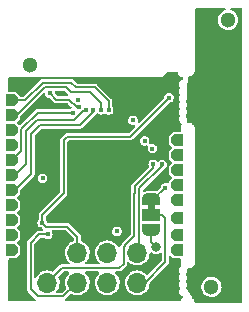
<source format=gbr>
%TF.GenerationSoftware,KiCad,Pcbnew,(5.99.0-10506-gb986797469)*%
%TF.CreationDate,2022-01-12T07:01:15+01:00*%
%TF.ProjectId,ESP31_V3,45535033-315f-4563-932e-6b696361645f,rev?*%
%TF.SameCoordinates,Original*%
%TF.FileFunction,Copper,L4,Bot*%
%TF.FilePolarity,Positive*%
%FSLAX46Y46*%
G04 Gerber Fmt 4.6, Leading zero omitted, Abs format (unit mm)*
G04 Created by KiCad (PCBNEW (5.99.0-10506-gb986797469)) date 2022-01-12 07:01:15*
%MOMM*%
%LPD*%
G01*
G04 APERTURE LIST*
G04 Aperture macros list*
%AMOutline5P*
0 Free polygon, 5 corners , with rotation*
0 The origin of the aperture is its center*
0 number of corners: always 8*
0 $1 to $10 corner X, Y*
0 $11 Rotation angle, in degrees counterclockwise*
0 create outline with 8 corners*
4,1,5,$1,$2,$3,$4,$5,$6,$7,$8,$9,$10,$1,$2,$11*%
%AMOutline6P*
0 Free polygon, 6 corners , with rotation*
0 The origin of the aperture is its center*
0 number of corners: always 6*
0 $1 to $12 corner X, Y*
0 $13 Rotation angle, in degrees counterclockwise*
0 create outline with 6 corners*
4,1,6,$1,$2,$3,$4,$5,$6,$7,$8,$9,$10,$11,$12,$1,$2,$13*%
%AMOutline7P*
0 Free polygon, 7 corners , with rotation*
0 The origin of the aperture is its center*
0 number of corners: always 7*
0 $1 to $14 corner X, Y*
0 $15 Rotation angle, in degrees counterclockwise*
0 create outline with 7 corners*
4,1,7,$1,$2,$3,$4,$5,$6,$7,$8,$9,$10,$11,$12,$13,$14,$1,$2,$15*%
%AMOutline8P*
0 Free polygon, 8 corners , with rotation*
0 The origin of the aperture is its center*
0 number of corners: always 8*
0 $1 to $16 corner X, Y*
0 $17 Rotation angle, in degrees counterclockwise*
0 create outline with 8 corners*
4,1,8,$1,$2,$3,$4,$5,$6,$7,$8,$9,$10,$11,$12,$13,$14,$15,$16,$1,$2,$17*%
%AMFreePoly0*
4,1,22,0.550000,-0.750000,0.000000,-0.750000,0.000000,-0.745033,-0.079941,-0.743568,-0.215256,-0.701293,-0.333266,-0.622738,-0.424486,-0.514219,-0.481581,-0.384460,-0.499164,-0.250000,-0.500000,-0.250000,-0.500000,0.250000,-0.499164,0.250000,-0.499963,0.256109,-0.478152,0.396186,-0.417904,0.524511,-0.324060,0.630769,-0.204165,0.706417,-0.067858,0.745374,0.000000,0.744959,0.000000,0.750000,
0.550000,0.750000,0.550000,-0.750000,0.550000,-0.750000,$1*%
%AMFreePoly1*
4,1,20,0.000000,0.744959,0.073905,0.744508,0.209726,0.703889,0.328688,0.626782,0.421226,0.519385,0.479903,0.390333,0.500000,0.250000,0.500000,-0.250000,0.499851,-0.262216,0.476331,-0.402017,0.414519,-0.529596,0.319384,-0.634700,0.198574,-0.708877,0.061801,-0.746166,0.000000,-0.745033,0.000000,-0.750000,-0.550000,-0.750000,-0.550000,0.750000,0.000000,0.750000,0.000000,0.744959,
0.000000,0.744959,$1*%
G04 Aperture macros list end*
%TA.AperFunction,ComponentPad*%
%ADD10Outline6P,0.250000X-0.500000X-0.500000X-0.500000X-0.500000X0.500000X0.250000X0.500000X0.500000X0.250000X0.500000X-0.250000X180.000000*%
%TD*%
%TA.AperFunction,ComponentPad*%
%ADD11Outline6P,0.250000X-0.500000X-0.500000X-0.500000X-0.500000X0.500000X0.250000X0.500000X0.500000X0.250000X0.500000X-0.250000X0.000000*%
%TD*%
%TA.AperFunction,WasherPad*%
%ADD12C,1.300000*%
%TD*%
%TA.AperFunction,ComponentPad*%
%ADD13R,0.900000X0.500000*%
%TD*%
%TA.AperFunction,ComponentPad*%
%ADD14R,1.700000X1.700000*%
%TD*%
%TA.AperFunction,ComponentPad*%
%ADD15O,1.700000X1.700000*%
%TD*%
%TA.AperFunction,SMDPad,CuDef*%
%ADD16FreePoly0,270.000000*%
%TD*%
%TA.AperFunction,SMDPad,CuDef*%
%ADD17R,1.500000X1.000000*%
%TD*%
%TA.AperFunction,SMDPad,CuDef*%
%ADD18FreePoly1,270.000000*%
%TD*%
%TA.AperFunction,ViaPad*%
%ADD19C,0.400000*%
%TD*%
%TA.AperFunction,ViaPad*%
%ADD20C,0.800000*%
%TD*%
%TA.AperFunction,Conductor*%
%ADD21C,0.200000*%
%TD*%
G04 APERTURE END LIST*
%TO.C,JP1*%
G36*
X116600000Y-107100000D02*
G01*
X116000000Y-107100000D01*
X116000000Y-106600000D01*
X116600000Y-106600000D01*
X116600000Y-107100000D01*
G37*
%TD*%
D10*
%TO.P,J5,1,Pin_1*%
%TO.N,/IO5*%
X118500000Y-107780000D03*
%TD*%
%TO.P,J10,1,Pin_1*%
%TO.N,/IO21*%
X118500000Y-101180000D03*
%TD*%
%TO.P,J7,1,Pin_1*%
%TO.N,/IO10*%
X118500000Y-109230000D03*
%TD*%
D11*
%TO.P,J18,1,Pin_1*%
%TO.N,/IO34*%
X104500000Y-102870000D03*
%TD*%
D10*
%TO.P,J9,1,Pin_1*%
%TO.N,/IO19*%
X118500000Y-103720000D03*
%TD*%
%TO.P,J6,1,Pin_1*%
%TO.N,/IO9*%
X118500000Y-110500000D03*
%TD*%
%TO.P,J12,1,Pin_1*%
%TO.N,/IO23*%
X118500000Y-104990000D03*
%TD*%
D11*
%TO.P,J19,1,Pin_1*%
%TO.N,/IO35*%
X104500000Y-100330000D03*
%TD*%
D12*
%TO.P,REF\u002A\u002A,*%
%TO.N,*%
X106000000Y-94800000D03*
%TD*%
D11*
%TO.P,J13,1,Pin_1*%
%TO.N,/IO25*%
X104500000Y-107950000D03*
%TD*%
D12*
%TO.P,,*%
%TO.N,*%
X122800000Y-91000000D03*
%TD*%
D11*
%TO.P,J15,1,Pin_1*%
%TO.N,/IO27*%
X104500000Y-110490000D03*
%TD*%
%TO.P,J17,1,Pin_1*%
%TO.N,/IO33*%
X104500000Y-106680000D03*
%TD*%
%TO.P,J14,1,Pin_1*%
%TO.N,/IO26*%
X104500000Y-109220000D03*
%TD*%
D10*
%TO.P,J8,1,Pin_1*%
%TO.N,/IO18*%
X118500000Y-106260000D03*
%TD*%
D13*
%TO.P,AE1,2,Shield*%
%TO.N,GND*%
X118150000Y-95625000D03*
%TD*%
D11*
%TO.P,J3,1,Pin_1*%
%TO.N,/CAPN*%
X104500000Y-105410000D03*
%TD*%
%TO.P,J4,1,Pin_1*%
%TO.N,/SENS_VN*%
X104500000Y-104140000D03*
%TD*%
D10*
%TO.P,J11,1,Pin_1*%
%TO.N,/IO22*%
X118500000Y-102450000D03*
%TD*%
D12*
%TO.P,,*%
%TO.N,*%
X121400000Y-113600000D03*
%TD*%
D11*
%TO.P,J1,1,Pin_1*%
%TO.N,/SENS_VP*%
X104500000Y-97790000D03*
%TD*%
%TO.P,J16,1,Pin_1*%
%TO.N,/IO32*%
X104500000Y-101600000D03*
%TD*%
%TO.P,J2,1,Pin_1*%
%TO.N,/CAPP*%
X104500000Y-99060000D03*
%TD*%
D14*
%TO.P,J20,1,Pin_1*%
%TO.N,GND*%
X107500000Y-110725000D03*
D15*
%TO.P,J20,2,Pin_2*%
%TO.N,/IO1*%
X107500000Y-113265000D03*
%TO.P,J20,3,Pin_3*%
%TO.N,/IO2*%
X110040000Y-110725000D03*
%TO.P,J20,4,Pin_4*%
%TO.N,/IO4*%
X110040000Y-113265000D03*
%TO.P,J20,5,Pin_5*%
%TO.N,/IO0*%
X112580000Y-110725000D03*
%TO.P,J20,6,Pin_6*%
%TO.N,/EN*%
X112580000Y-113265000D03*
%TO.P,J20,7,Pin_7*%
%TO.N,/IO3*%
X115120000Y-110725000D03*
%TO.P,J20,8,Pin_8*%
%TO.N,VIN*%
X115120000Y-113265000D03*
%TD*%
D16*
%TO.P,JP1,1,A*%
%TO.N,+3V3*%
X116300000Y-106200000D03*
D17*
%TO.P,JP1,2,C*%
%TO.N,VIN*%
X116300000Y-107500000D03*
D18*
%TO.P,JP1,3,B*%
%TO.N,Net-(C1-Pad2)*%
X116300000Y-108800000D03*
%TD*%
D19*
%TO.N,GND*%
X117350000Y-96150000D03*
X112889765Y-108410228D03*
X116130000Y-97680000D03*
X105500000Y-99300000D03*
X109100000Y-109150000D03*
X113900000Y-97100000D03*
X104550000Y-96200000D03*
X113550000Y-96200000D03*
X114850000Y-98150000D03*
X108580000Y-107330000D03*
X118500000Y-98500000D03*
X116530000Y-97200000D03*
X116750000Y-96050000D03*
X111500000Y-103000000D03*
X106650000Y-98200000D03*
X114200000Y-108900000D03*
X108508800Y-97256600D03*
X116500000Y-111100000D03*
X104500000Y-113750000D03*
X110500000Y-102000000D03*
X108740000Y-113670000D03*
X118450000Y-97825000D03*
X118500000Y-100000000D03*
X115350000Y-96050000D03*
X116750000Y-96600000D03*
X115150000Y-96600000D03*
X109900000Y-107400000D03*
X112500000Y-102000000D03*
X112500000Y-104000000D03*
X118450000Y-96250000D03*
X111750000Y-96200000D03*
X118500000Y-99250000D03*
X114503200Y-96800000D03*
X114400000Y-96200000D03*
X113374500Y-97587566D03*
X110150000Y-96200000D03*
X118500000Y-112750000D03*
X104500000Y-112750000D03*
X113621581Y-109899011D03*
X118425000Y-97000000D03*
X110500000Y-104000000D03*
X118500000Y-113750000D03*
X115450000Y-98050000D03*
X114450000Y-98700000D03*
%TO.N,/EN*%
X107725000Y-97227600D03*
X110162095Y-98373291D03*
%TO.N,+3V3*%
X110124000Y-97775000D03*
X114750000Y-99500000D03*
X113400000Y-108900000D03*
X116396800Y-101896800D03*
X115750000Y-101250000D03*
X107100000Y-104400000D03*
X117495701Y-105195701D03*
%TO.N,/IO1*%
X116464297Y-103214297D03*
%TO.N,/IO2*%
X107069740Y-108169740D03*
X117800000Y-97600000D03*
%TO.N,/IO4*%
X107542579Y-109142578D03*
%TO.N,/IO3*%
X117211935Y-103241894D03*
D20*
%TO.N,Net-(C1-Pad2)*%
X116700000Y-110200000D03*
D19*
%TO.N,/SENS_VN*%
X110808929Y-98625870D03*
%TO.N,/SENS_VP*%
X112700500Y-98625000D03*
%TO.N,/CAPP*%
X112057502Y-98617052D03*
%TO.N,/CAPN*%
X111408098Y-98605879D03*
%TO.N,/IO34*%
X109668798Y-98858724D03*
%TD*%
D21*
%TO.N,/EN*%
X109983014Y-98373291D02*
X109359723Y-97750000D01*
X108253511Y-97756111D02*
X107725000Y-97227600D01*
X110162095Y-98373291D02*
X109983014Y-98373291D01*
X108748566Y-97756111D02*
X108253511Y-97756111D01*
X108754677Y-97750000D02*
X108748566Y-97756111D01*
X109359723Y-97750000D02*
X108754677Y-97750000D01*
%TO.N,+3V3*%
X116300000Y-106200000D02*
X116491402Y-106200000D01*
X116491402Y-106200000D02*
X117495701Y-105195701D01*
%TO.N,/IO1*%
X114849832Y-105698512D02*
X114900000Y-105648344D01*
X114900000Y-105100000D02*
X116464297Y-103535703D01*
X114849832Y-109293892D02*
X114849832Y-105698512D01*
X113970489Y-111629511D02*
X113970489Y-110268788D01*
X114900000Y-105648344D02*
X114900000Y-105100000D01*
X107460000Y-113265000D02*
X108725000Y-112000000D01*
X108725000Y-112000000D02*
X113600000Y-112000000D01*
X116464297Y-103535703D02*
X116464297Y-103214297D01*
X113970489Y-110268788D02*
X114099511Y-110139766D01*
X114099511Y-110139766D02*
X114099511Y-110044213D01*
X114099511Y-110044213D02*
X114849832Y-109293892D01*
X113600000Y-112000000D02*
X113970489Y-111629511D01*
%TO.N,/IO2*%
X108910000Y-105690000D02*
X108910000Y-101180000D01*
X114520000Y-100880000D02*
X117800000Y-97600000D01*
X107069740Y-108169740D02*
X107069740Y-107530260D01*
X109210000Y-100880000D02*
X114520000Y-100880000D01*
X107069740Y-108169740D02*
X107400000Y-108500000D01*
X107069740Y-107530260D02*
X108910000Y-105690000D01*
X110040000Y-109350723D02*
X110040000Y-110725000D01*
X109189277Y-108500000D02*
X110040000Y-109350723D01*
X108910000Y-101180000D02*
X109210000Y-100880000D01*
X107400000Y-108500000D02*
X109189277Y-108500000D01*
%TO.N,/IO4*%
X106080000Y-113800000D02*
X106694511Y-114414511D01*
X106694511Y-114414511D02*
X108850489Y-114414511D01*
X106080000Y-109865880D02*
X106080000Y-113800000D01*
X107542579Y-109142578D02*
X106803302Y-109142578D01*
X108850489Y-114414511D02*
X110000000Y-113265000D01*
X106803302Y-109142578D02*
X106080000Y-109865880D01*
%TO.N,/IO3*%
X115249352Y-105863998D02*
X115249352Y-110555648D01*
X115300000Y-105265006D02*
X115300000Y-105813350D01*
X117211935Y-103353071D02*
X115300000Y-105265006D01*
X115300000Y-105813350D02*
X115249352Y-105863998D01*
X115249352Y-110555648D02*
X115080000Y-110725000D01*
X117211935Y-103241894D02*
X117211935Y-103353071D01*
%TO.N,Net-(C1-Pad2)*%
X116300000Y-108800000D02*
X116300000Y-109800000D01*
X116300000Y-109800000D02*
X116700000Y-110200000D01*
%TO.N,/SENS_VN*%
X106658201Y-99466799D02*
X105699040Y-100425960D01*
X105699040Y-103200960D02*
X104760000Y-104140000D01*
X110808929Y-98625870D02*
X110640929Y-98625870D01*
X104760000Y-104140000D02*
X104500000Y-104140000D01*
X109800000Y-99466799D02*
X106658201Y-99466799D01*
X105699040Y-100425960D02*
X105699040Y-103200960D01*
X110640929Y-98625870D02*
X109800000Y-99466799D01*
%TO.N,/SENS_VP*%
X111499511Y-96699511D02*
X110199511Y-96699511D01*
X105610000Y-97790000D02*
X104500000Y-97790000D01*
X107100000Y-96300000D02*
X105610000Y-97790000D01*
X109510723Y-96300000D02*
X107100000Y-96300000D01*
X112700500Y-98625000D02*
X112700500Y-97900500D01*
X110199511Y-96699511D02*
X109910234Y-96699511D01*
X109910234Y-96699511D02*
X109510723Y-96300000D01*
X112700500Y-97900500D02*
X111499511Y-96699511D01*
X110325511Y-96699511D02*
X110199511Y-96699511D01*
%TO.N,/CAPP*%
X109499030Y-97099030D02*
X109099520Y-96699520D01*
X111099031Y-97099031D02*
X109499030Y-97099030D01*
X107265486Y-96699520D02*
X104905006Y-99060000D01*
X104905006Y-99060000D02*
X104500000Y-99060000D01*
X109099520Y-96699520D02*
X107265486Y-96699520D01*
X112057502Y-98617052D02*
X112057502Y-98057502D01*
X112057502Y-98057502D02*
X111099031Y-97099031D01*
%TO.N,/CAPN*%
X104765000Y-105410000D02*
X106125000Y-104050000D01*
X106125000Y-104050000D02*
X106125000Y-100675000D01*
X106875000Y-99925000D02*
X110249076Y-99925000D01*
X106125000Y-100675000D02*
X106875000Y-99925000D01*
X110249076Y-99925000D02*
X111408098Y-98765978D01*
X104500000Y-105410000D02*
X104765000Y-105410000D01*
X111408098Y-98765978D02*
X111408098Y-98605879D01*
%TO.N,/IO34*%
X106701270Y-98858724D02*
X105299521Y-100260473D01*
X105299521Y-100260473D02*
X105299520Y-102070480D01*
X109668798Y-98858724D02*
X106701270Y-98858724D01*
X105299520Y-102070480D02*
X104500000Y-102870000D01*
%TO.N,VIN*%
X117500000Y-107750000D02*
X117500000Y-111500000D01*
X115735000Y-113265000D02*
X115120000Y-113265000D01*
X117500000Y-111500000D02*
X115735000Y-113265000D01*
X117250000Y-107500000D02*
X117500000Y-107750000D01*
X116300000Y-107500000D02*
X117250000Y-107500000D01*
%TD*%
%TA.AperFunction,Conductor*%
%TO.N,GND*%
G36*
X118417774Y-95418907D02*
G01*
X118428869Y-95428286D01*
X118459684Y-95458478D01*
X118808247Y-95800000D01*
X118901000Y-95800000D01*
X118959191Y-95818907D01*
X118995155Y-95868407D01*
X118999000Y-95892686D01*
X118999000Y-95964329D01*
X118981093Y-96019442D01*
X118931593Y-96055406D01*
X118924871Y-96057330D01*
X118858814Y-96073738D01*
X118851940Y-96078177D01*
X118851939Y-96078177D01*
X118809779Y-96105399D01*
X118760744Y-96137061D01*
X118688473Y-96228737D01*
X118685763Y-96236455D01*
X118685761Y-96236458D01*
X118652505Y-96331159D01*
X118649794Y-96338879D01*
X118649470Y-96380104D01*
X118648990Y-96441284D01*
X118648877Y-96455612D01*
X118685821Y-96566349D01*
X118690785Y-96572854D01*
X118690786Y-96572855D01*
X118742284Y-96640333D01*
X118762558Y-96698062D01*
X118741332Y-96761685D01*
X118688473Y-96828737D01*
X118685763Y-96836455D01*
X118685761Y-96836458D01*
X118652505Y-96931159D01*
X118649794Y-96938879D01*
X118648877Y-97055612D01*
X118685821Y-97166349D01*
X118690785Y-97172854D01*
X118690786Y-97172855D01*
X118742284Y-97240333D01*
X118762558Y-97298062D01*
X118741332Y-97361685D01*
X118688473Y-97428737D01*
X118685763Y-97436455D01*
X118685761Y-97436458D01*
X118658246Y-97514812D01*
X118649794Y-97538879D01*
X118649529Y-97572618D01*
X118649083Y-97629436D01*
X118648877Y-97655612D01*
X118685821Y-97766349D01*
X118690785Y-97772854D01*
X118690786Y-97772855D01*
X118742284Y-97840333D01*
X118762558Y-97898062D01*
X118741332Y-97961685D01*
X118732343Y-97973088D01*
X118688473Y-98028737D01*
X118685763Y-98036455D01*
X118685761Y-98036458D01*
X118656591Y-98119524D01*
X118649794Y-98138879D01*
X118649314Y-98200000D01*
X118649008Y-98238998D01*
X118648877Y-98255612D01*
X118685821Y-98366349D01*
X118690785Y-98372854D01*
X118690786Y-98372855D01*
X118742284Y-98440333D01*
X118762558Y-98498062D01*
X118741332Y-98561685D01*
X118731855Y-98573707D01*
X118688473Y-98628737D01*
X118685763Y-98636455D01*
X118685761Y-98636458D01*
X118652505Y-98731159D01*
X118649794Y-98738879D01*
X118648877Y-98855612D01*
X118685821Y-98966349D01*
X118690785Y-98972854D01*
X118690786Y-98972855D01*
X118742284Y-99040333D01*
X118762558Y-99098062D01*
X118741332Y-99161685D01*
X118688473Y-99228737D01*
X118685763Y-99236455D01*
X118685761Y-99236458D01*
X118652505Y-99331159D01*
X118649794Y-99338879D01*
X118648877Y-99455612D01*
X118685821Y-99566349D01*
X118690785Y-99572854D01*
X118690786Y-99572855D01*
X118712519Y-99601331D01*
X118756644Y-99659148D01*
X118763448Y-99663694D01*
X118853487Y-99723857D01*
X118891366Y-99771907D01*
X118893768Y-99833045D01*
X118884808Y-99854642D01*
X118870942Y-99879337D01*
X118867903Y-99884391D01*
X118861603Y-99894193D01*
X118861601Y-99894197D01*
X118858603Y-99898862D01*
X118856717Y-99904078D01*
X118855811Y-99905911D01*
X118855182Y-99907405D01*
X118852443Y-99912283D01*
X118850867Y-99917652D01*
X118850864Y-99917658D01*
X118847645Y-99928621D01*
X118845758Y-99934387D01*
X118838278Y-99955076D01*
X118838277Y-99955081D01*
X118834488Y-99965562D01*
X118835061Y-99971175D01*
X118834844Y-99972221D01*
X118818219Y-100028841D01*
X118815264Y-100027973D01*
X118814873Y-100029664D01*
X118817014Y-100030239D01*
X118808707Y-100061145D01*
X118808093Y-100063327D01*
X118799744Y-100091763D01*
X118799527Y-100095303D01*
X118798560Y-100098899D01*
X118798355Y-100104498D01*
X118798355Y-100104500D01*
X118797507Y-100127699D01*
X118797388Y-100130137D01*
X118795397Y-100162555D01*
X118792301Y-100162365D01*
X118792008Y-100164283D01*
X118796164Y-100164435D01*
X118794336Y-100214413D01*
X118796770Y-100227223D01*
X118798261Y-100235074D01*
X118800000Y-100253551D01*
X118800000Y-100380500D01*
X118781093Y-100438691D01*
X118731593Y-100474655D01*
X118701000Y-100479500D01*
X118166950Y-100479500D01*
X117799500Y-100846950D01*
X117799500Y-101513050D01*
X118031446Y-101744996D01*
X118059223Y-101799513D01*
X118049652Y-101859945D01*
X118031446Y-101885004D01*
X117799500Y-102116950D01*
X117799500Y-102783050D01*
X118031446Y-103014996D01*
X118059223Y-103069513D01*
X118049652Y-103129945D01*
X118031446Y-103155004D01*
X117799500Y-103386950D01*
X117799500Y-104053050D01*
X118031446Y-104284996D01*
X118059223Y-104339513D01*
X118049652Y-104399945D01*
X118031446Y-104425004D01*
X117799500Y-104656950D01*
X117799500Y-104739441D01*
X117780593Y-104797632D01*
X117731093Y-104833596D01*
X117669907Y-104833596D01*
X117655555Y-104827651D01*
X117627947Y-104813584D01*
X117621007Y-104810048D01*
X117613313Y-104808829D01*
X117613312Y-104808829D01*
X117503397Y-104791420D01*
X117495701Y-104790201D01*
X117488005Y-104791420D01*
X117378090Y-104808829D01*
X117378089Y-104808829D01*
X117370395Y-104810048D01*
X117363455Y-104813584D01*
X117264293Y-104864109D01*
X117264291Y-104864110D01*
X117257354Y-104867645D01*
X117167645Y-104957354D01*
X117164110Y-104964291D01*
X117164109Y-104964293D01*
X117128503Y-105034174D01*
X117110048Y-105070395D01*
X117108829Y-105078091D01*
X117098897Y-105140795D01*
X117071120Y-105195310D01*
X116784853Y-105481578D01*
X116730336Y-105509356D01*
X116699619Y-105509396D01*
X116591269Y-105492526D01*
X116591263Y-105492525D01*
X116587785Y-105491984D01*
X116584267Y-105491941D01*
X116584266Y-105491941D01*
X116558655Y-105491629D01*
X116529525Y-105491273D01*
X116526030Y-105491730D01*
X116511239Y-105493664D01*
X116498403Y-105494500D01*
X116111597Y-105494500D01*
X116096367Y-105493321D01*
X116093986Y-105492951D01*
X116087785Y-105491985D01*
X116029525Y-105491273D01*
X115887550Y-105509838D01*
X115884156Y-105510786D01*
X115884154Y-105510786D01*
X115834833Y-105524556D01*
X115834831Y-105524557D01*
X115831431Y-105525506D01*
X115828204Y-105526926D01*
X115828201Y-105526927D01*
X115739372Y-105566013D01*
X115678494Y-105572143D01*
X115625640Y-105541319D01*
X115600998Y-105485316D01*
X115600500Y-105475397D01*
X115600500Y-105430485D01*
X115619407Y-105372294D01*
X115629496Y-105360481D01*
X117377510Y-103612467D01*
X117402569Y-103594261D01*
X117443343Y-103573486D01*
X117443345Y-103573485D01*
X117450282Y-103569950D01*
X117539991Y-103480241D01*
X117558730Y-103443465D01*
X117594052Y-103374140D01*
X117597588Y-103367200D01*
X117600860Y-103346546D01*
X117616216Y-103249590D01*
X117617435Y-103241894D01*
X117603673Y-103155004D01*
X117598807Y-103124283D01*
X117598807Y-103124282D01*
X117597588Y-103116588D01*
X117591931Y-103105486D01*
X117543527Y-103010486D01*
X117543526Y-103010484D01*
X117539991Y-103003547D01*
X117450282Y-102913838D01*
X117443345Y-102910303D01*
X117443343Y-102910302D01*
X117344181Y-102859777D01*
X117337241Y-102856241D01*
X117329547Y-102855022D01*
X117329546Y-102855022D01*
X117219631Y-102837613D01*
X117211935Y-102836394D01*
X117204239Y-102837613D01*
X117094324Y-102855022D01*
X117094323Y-102855022D01*
X117086629Y-102856241D01*
X117079689Y-102859777D01*
X116980527Y-102910302D01*
X116980525Y-102910303D01*
X116973588Y-102913838D01*
X116968082Y-102919344D01*
X116968078Y-102919347D01*
X116921919Y-102965507D01*
X116867403Y-102993285D01*
X116806971Y-102983714D01*
X116781911Y-102965508D01*
X116702644Y-102886241D01*
X116695707Y-102882706D01*
X116695705Y-102882705D01*
X116596543Y-102832180D01*
X116589603Y-102828644D01*
X116581909Y-102827425D01*
X116581908Y-102827425D01*
X116471993Y-102810016D01*
X116464297Y-102808797D01*
X116456601Y-102810016D01*
X116346686Y-102827425D01*
X116346685Y-102827425D01*
X116338991Y-102828644D01*
X116332051Y-102832180D01*
X116232889Y-102882705D01*
X116232887Y-102882706D01*
X116225950Y-102886241D01*
X116136241Y-102975950D01*
X116132706Y-102982887D01*
X116132705Y-102982889D01*
X116088568Y-103069513D01*
X116078644Y-103088991D01*
X116058797Y-103214297D01*
X116078644Y-103339603D01*
X116082180Y-103346543D01*
X116082181Y-103346546D01*
X116098909Y-103379377D01*
X116108480Y-103439809D01*
X116080703Y-103494325D01*
X114724356Y-104850672D01*
X114721982Y-104852721D01*
X114717853Y-104854739D01*
X114711636Y-104861441D01*
X114687900Y-104887029D01*
X114685323Y-104889705D01*
X114668531Y-104906497D01*
X114665952Y-104910256D01*
X114664223Y-104912337D01*
X114660660Y-104916394D01*
X114647990Y-104930052D01*
X114647988Y-104930055D01*
X114641773Y-104936755D01*
X114637512Y-104947436D01*
X114627197Y-104966753D01*
X114620696Y-104976229D01*
X114614549Y-105002131D01*
X114610183Y-105015934D01*
X114600318Y-105040661D01*
X114599500Y-105049004D01*
X114599500Y-105053954D01*
X114597029Y-105075073D01*
X114596975Y-105076183D01*
X114594864Y-105085077D01*
X114596097Y-105094134D01*
X114598596Y-105112500D01*
X114599500Y-105125850D01*
X114599500Y-105497242D01*
X114588810Y-105534150D01*
X114591606Y-105535265D01*
X114591605Y-105535267D01*
X114587344Y-105545948D01*
X114577029Y-105565265D01*
X114570528Y-105574741D01*
X114564381Y-105600643D01*
X114560015Y-105614446D01*
X114550150Y-105639173D01*
X114549332Y-105647516D01*
X114549332Y-105652466D01*
X114546861Y-105673585D01*
X114546807Y-105674695D01*
X114544696Y-105683589D01*
X114545929Y-105692646D01*
X114548428Y-105711012D01*
X114549332Y-105724362D01*
X114549332Y-109128413D01*
X114530425Y-109186604D01*
X114520336Y-109198417D01*
X114219268Y-109499484D01*
X113923867Y-109794885D01*
X113921493Y-109796934D01*
X113917364Y-109798952D01*
X113911147Y-109805654D01*
X113887411Y-109831242D01*
X113884834Y-109833918D01*
X113868042Y-109850710D01*
X113865463Y-109854469D01*
X113863734Y-109856550D01*
X113860171Y-109860607D01*
X113847501Y-109874265D01*
X113847499Y-109874268D01*
X113841284Y-109880968D01*
X113837023Y-109891649D01*
X113826708Y-109910966D01*
X113820207Y-109920442D01*
X113814060Y-109946344D01*
X113809694Y-109960147D01*
X113799829Y-109984874D01*
X113799147Y-109991826D01*
X113798624Y-109993977D01*
X113775012Y-110037897D01*
X113758388Y-110055818D01*
X113755811Y-110058494D01*
X113739020Y-110075285D01*
X113736441Y-110079044D01*
X113734712Y-110081125D01*
X113731149Y-110085182D01*
X113718479Y-110098840D01*
X113718477Y-110098843D01*
X113712262Y-110105543D01*
X113708001Y-110116224D01*
X113697686Y-110135541D01*
X113691185Y-110145017D01*
X113685038Y-110170919D01*
X113680672Y-110184722D01*
X113674821Y-110199389D01*
X113635699Y-110246430D01*
X113576396Y-110261492D01*
X113519566Y-110238821D01*
X113495457Y-110209182D01*
X113461420Y-110145168D01*
X113459148Y-110140895D01*
X113328952Y-109981259D01*
X113315279Y-109969948D01*
X113173955Y-109853034D01*
X113173953Y-109853033D01*
X113170228Y-109849951D01*
X113044229Y-109781823D01*
X112993277Y-109754273D01*
X112993276Y-109754272D01*
X112989023Y-109751973D01*
X112885725Y-109719997D01*
X112796859Y-109692488D01*
X112796855Y-109692487D01*
X112792238Y-109691058D01*
X112787431Y-109690553D01*
X112787427Y-109690552D01*
X112592185Y-109670032D01*
X112592183Y-109670032D01*
X112587369Y-109669526D01*
X112547669Y-109673139D01*
X112387039Y-109687757D01*
X112387036Y-109687758D01*
X112382219Y-109688196D01*
X112377577Y-109689562D01*
X112377573Y-109689563D01*
X112189250Y-109744989D01*
X112189247Y-109744990D01*
X112184603Y-109746357D01*
X112154004Y-109762354D01*
X112006344Y-109839548D01*
X112006340Y-109839551D01*
X112002047Y-109841795D01*
X111998271Y-109844831D01*
X111998268Y-109844833D01*
X111853344Y-109961355D01*
X111841505Y-109970874D01*
X111795233Y-110026019D01*
X111712202Y-110124971D01*
X111712199Y-110124975D01*
X111709093Y-110128677D01*
X111609853Y-110309194D01*
X111547565Y-110505549D01*
X111547025Y-110510361D01*
X111547025Y-110510362D01*
X111526588Y-110692569D01*
X111524603Y-110710263D01*
X111541840Y-110915538D01*
X111543173Y-110920186D01*
X111543173Y-110920187D01*
X111587009Y-111073058D01*
X111598621Y-111113555D01*
X111692782Y-111296773D01*
X111820737Y-111458212D01*
X111824417Y-111461344D01*
X111824419Y-111461346D01*
X111853029Y-111485695D01*
X111894154Y-111520694D01*
X111899340Y-111525108D01*
X111931400Y-111577221D01*
X111926706Y-111638226D01*
X111887051Y-111684821D01*
X111835176Y-111699500D01*
X110786447Y-111699500D01*
X110728256Y-111680593D01*
X110692292Y-111631093D01*
X110692292Y-111569907D01*
X110725497Y-111522487D01*
X110764071Y-111492350D01*
X110764076Y-111492345D01*
X110767893Y-111489363D01*
X110771055Y-111485700D01*
X110771060Y-111485695D01*
X110866152Y-111375529D01*
X110902496Y-111333424D01*
X110925766Y-111292463D01*
X111001858Y-111158517D01*
X111001859Y-111158514D01*
X111004247Y-111154311D01*
X111019355Y-111108897D01*
X111067743Y-110963435D01*
X111067743Y-110963433D01*
X111069270Y-110958844D01*
X111074154Y-110920187D01*
X111094740Y-110757225D01*
X111095088Y-110754471D01*
X111095500Y-110725000D01*
X111092619Y-110695616D01*
X111075870Y-110524796D01*
X111075869Y-110524792D01*
X111075398Y-110519986D01*
X111072493Y-110510362D01*
X111053394Y-110447106D01*
X111015858Y-110322780D01*
X110919148Y-110140895D01*
X110788952Y-109981259D01*
X110775279Y-109969948D01*
X110633955Y-109853034D01*
X110633953Y-109853033D01*
X110630228Y-109849951D01*
X110504229Y-109781823D01*
X110453277Y-109754273D01*
X110453276Y-109754272D01*
X110449023Y-109751973D01*
X110417157Y-109742109D01*
X110410225Y-109739963D01*
X110360228Y-109704693D01*
X110340500Y-109645390D01*
X110340500Y-109402831D01*
X110340730Y-109399699D01*
X110342223Y-109395351D01*
X110340570Y-109351322D01*
X110340500Y-109347608D01*
X110340500Y-109323877D01*
X110339665Y-109319393D01*
X110339418Y-109316719D01*
X110339069Y-109311334D01*
X110338369Y-109292694D01*
X110338369Y-109292693D01*
X110338026Y-109283561D01*
X110334273Y-109274824D01*
X110333486Y-109272993D01*
X110327122Y-109252047D01*
X110326691Y-109249731D01*
X110326691Y-109249730D01*
X110325017Y-109240744D01*
X110320220Y-109232962D01*
X110320219Y-109232959D01*
X110311052Y-109218087D01*
X110304368Y-109205220D01*
X110293866Y-109180775D01*
X110288545Y-109174297D01*
X110285042Y-109170794D01*
X110271861Y-109154119D01*
X110271113Y-109153294D01*
X110266316Y-109145512D01*
X110244294Y-109128766D01*
X110234215Y-109119967D01*
X110014248Y-108900000D01*
X112994500Y-108900000D01*
X112995719Y-108907696D01*
X113013075Y-109017272D01*
X113014347Y-109025306D01*
X113017883Y-109032246D01*
X113067063Y-109128767D01*
X113071944Y-109138347D01*
X113161653Y-109228056D01*
X113168590Y-109231591D01*
X113168592Y-109231592D01*
X113229989Y-109262875D01*
X113274694Y-109285653D01*
X113282388Y-109286872D01*
X113282389Y-109286872D01*
X113357339Y-109298743D01*
X113383238Y-109302845D01*
X113392304Y-109304281D01*
X113400000Y-109305500D01*
X113407696Y-109304281D01*
X113416763Y-109302845D01*
X113442661Y-109298743D01*
X113517611Y-109286872D01*
X113517612Y-109286872D01*
X113525306Y-109285653D01*
X113570011Y-109262875D01*
X113631408Y-109231592D01*
X113631410Y-109231591D01*
X113638347Y-109228056D01*
X113728056Y-109138347D01*
X113732938Y-109128767D01*
X113782117Y-109032246D01*
X113785653Y-109025306D01*
X113786926Y-109017272D01*
X113804281Y-108907696D01*
X113805500Y-108900000D01*
X113791961Y-108814522D01*
X113786872Y-108782389D01*
X113786872Y-108782388D01*
X113785653Y-108774694D01*
X113765522Y-108735184D01*
X113731592Y-108668592D01*
X113731591Y-108668590D01*
X113728056Y-108661653D01*
X113638347Y-108571944D01*
X113631410Y-108568409D01*
X113631408Y-108568408D01*
X113532246Y-108517883D01*
X113525306Y-108514347D01*
X113517612Y-108513128D01*
X113517611Y-108513128D01*
X113407696Y-108495719D01*
X113400000Y-108494500D01*
X113392304Y-108495719D01*
X113282389Y-108513128D01*
X113282388Y-108513128D01*
X113274694Y-108514347D01*
X113267754Y-108517883D01*
X113168592Y-108568408D01*
X113168590Y-108568409D01*
X113161653Y-108571944D01*
X113071944Y-108661653D01*
X113068409Y-108668590D01*
X113068408Y-108668592D01*
X113034478Y-108735184D01*
X113014347Y-108774694D01*
X113013128Y-108782388D01*
X113013128Y-108782389D01*
X113008039Y-108814522D01*
X112994500Y-108900000D01*
X110014248Y-108900000D01*
X109438605Y-108324356D01*
X109436556Y-108321982D01*
X109434538Y-108317853D01*
X109402248Y-108287900D01*
X109399572Y-108285323D01*
X109382780Y-108268531D01*
X109379021Y-108265952D01*
X109376940Y-108264223D01*
X109372883Y-108260660D01*
X109359225Y-108247990D01*
X109359222Y-108247988D01*
X109352522Y-108241773D01*
X109341841Y-108237512D01*
X109322524Y-108227197D01*
X109313048Y-108220696D01*
X109287146Y-108214549D01*
X109273343Y-108210183D01*
X109248616Y-108200318D01*
X109240273Y-108199500D01*
X109235323Y-108199500D01*
X109214204Y-108197029D01*
X109213094Y-108196975D01*
X109204200Y-108194864D01*
X109182802Y-108197776D01*
X109176777Y-108198596D01*
X109163427Y-108199500D01*
X107565479Y-108199500D01*
X107507288Y-108180593D01*
X107495479Y-108170507D01*
X107494320Y-108169349D01*
X107466544Y-108114834D01*
X107456612Y-108052130D01*
X107456612Y-108052129D01*
X107455393Y-108044434D01*
X107397796Y-107931393D01*
X107392290Y-107925887D01*
X107389147Y-107921561D01*
X107370240Y-107863371D01*
X107370240Y-107695739D01*
X107389147Y-107637548D01*
X107399236Y-107625735D01*
X109085639Y-105939332D01*
X109088017Y-105937280D01*
X109092147Y-105935261D01*
X109122112Y-105902958D01*
X109124689Y-105900282D01*
X109141469Y-105883502D01*
X109144047Y-105879745D01*
X109145779Y-105877660D01*
X109149340Y-105873606D01*
X109162010Y-105859948D01*
X109162012Y-105859945D01*
X109168227Y-105853245D01*
X109171615Y-105844753D01*
X109172490Y-105842561D01*
X109182802Y-105823250D01*
X109184132Y-105821311D01*
X109184133Y-105821310D01*
X109189305Y-105813770D01*
X109195449Y-105787880D01*
X109199823Y-105774051D01*
X109207093Y-105755829D01*
X109207093Y-105755827D01*
X109209682Y-105749339D01*
X109210500Y-105740996D01*
X109210500Y-105736046D01*
X109212971Y-105714927D01*
X109213025Y-105713817D01*
X109215136Y-105704923D01*
X109211404Y-105677500D01*
X109210500Y-105664150D01*
X109210500Y-101345478D01*
X109229407Y-101287287D01*
X109239497Y-101275474D01*
X109264971Y-101250000D01*
X115344500Y-101250000D01*
X115345719Y-101257696D01*
X115359623Y-101345478D01*
X115364347Y-101375306D01*
X115367883Y-101382246D01*
X115397928Y-101441212D01*
X115421944Y-101488347D01*
X115511653Y-101578056D01*
X115518590Y-101581591D01*
X115518592Y-101581592D01*
X115600434Y-101623292D01*
X115624694Y-101635653D01*
X115632388Y-101636872D01*
X115632389Y-101636872D01*
X115722037Y-101651071D01*
X115733882Y-101652947D01*
X115742304Y-101654281D01*
X115750000Y-101655500D01*
X115757696Y-101654281D01*
X115766119Y-101652947D01*
X115777963Y-101651071D01*
X115867611Y-101636872D01*
X115867612Y-101636872D01*
X115875306Y-101635653D01*
X115882246Y-101632117D01*
X115889660Y-101629708D01*
X115890200Y-101631371D01*
X115941216Y-101623292D01*
X115995732Y-101651071D01*
X116023509Y-101705588D01*
X116015429Y-101756600D01*
X116017092Y-101757140D01*
X116014683Y-101764554D01*
X116011147Y-101771494D01*
X115991300Y-101896800D01*
X116011147Y-102022106D01*
X116014683Y-102029046D01*
X116064910Y-102127622D01*
X116068744Y-102135147D01*
X116158453Y-102224856D01*
X116165390Y-102228391D01*
X116165392Y-102228392D01*
X116264554Y-102278917D01*
X116271494Y-102282453D01*
X116279188Y-102283672D01*
X116279189Y-102283672D01*
X116389104Y-102301081D01*
X116396800Y-102302300D01*
X116404496Y-102301081D01*
X116514411Y-102283672D01*
X116514412Y-102283672D01*
X116522106Y-102282453D01*
X116529046Y-102278917D01*
X116628208Y-102228392D01*
X116628210Y-102228391D01*
X116635147Y-102224856D01*
X116724856Y-102135147D01*
X116728691Y-102127622D01*
X116778917Y-102029046D01*
X116782453Y-102022106D01*
X116802300Y-101896800D01*
X116782453Y-101771494D01*
X116749923Y-101707650D01*
X116728392Y-101665392D01*
X116728391Y-101665390D01*
X116724856Y-101658453D01*
X116635147Y-101568744D01*
X116628210Y-101565209D01*
X116628208Y-101565208D01*
X116529046Y-101514683D01*
X116522106Y-101511147D01*
X116514412Y-101509928D01*
X116514411Y-101509928D01*
X116424098Y-101495624D01*
X116396800Y-101491300D01*
X116369502Y-101495624D01*
X116279189Y-101509928D01*
X116279188Y-101509928D01*
X116271494Y-101511147D01*
X116264554Y-101514683D01*
X116257140Y-101517092D01*
X116256600Y-101515429D01*
X116205584Y-101523508D01*
X116151068Y-101495729D01*
X116123291Y-101441212D01*
X116131371Y-101390200D01*
X116129708Y-101389660D01*
X116132117Y-101382246D01*
X116135653Y-101375306D01*
X116140378Y-101345478D01*
X116154281Y-101257696D01*
X116155500Y-101250000D01*
X116144321Y-101179418D01*
X116136872Y-101132389D01*
X116136872Y-101132388D01*
X116135653Y-101124694D01*
X116121004Y-101095943D01*
X116081592Y-101018592D01*
X116081591Y-101018590D01*
X116078056Y-101011653D01*
X115988347Y-100921944D01*
X115981410Y-100918409D01*
X115981408Y-100918408D01*
X115882246Y-100867883D01*
X115875306Y-100864347D01*
X115867612Y-100863128D01*
X115867611Y-100863128D01*
X115757696Y-100845719D01*
X115750000Y-100844500D01*
X115742304Y-100845719D01*
X115632389Y-100863128D01*
X115632388Y-100863128D01*
X115624694Y-100864347D01*
X115617754Y-100867883D01*
X115518592Y-100918408D01*
X115518590Y-100918409D01*
X115511653Y-100921944D01*
X115421944Y-101011653D01*
X115418409Y-101018590D01*
X115418408Y-101018592D01*
X115378996Y-101095943D01*
X115364347Y-101124694D01*
X115363128Y-101132388D01*
X115363128Y-101132389D01*
X115355679Y-101179418D01*
X115344500Y-101250000D01*
X109264971Y-101250000D01*
X109305476Y-101209496D01*
X109359993Y-101181719D01*
X109375479Y-101180500D01*
X114467892Y-101180500D01*
X114471024Y-101180730D01*
X114475372Y-101182223D01*
X114484508Y-101181880D01*
X114519401Y-101180570D01*
X114523115Y-101180500D01*
X114546846Y-101180500D01*
X114551330Y-101179665D01*
X114554004Y-101179418D01*
X114559389Y-101179069D01*
X114578029Y-101178369D01*
X114578030Y-101178369D01*
X114587162Y-101178026D01*
X114595557Y-101174420D01*
X114595559Y-101174419D01*
X114597730Y-101173486D01*
X114618674Y-101167123D01*
X114620168Y-101166844D01*
X114620992Y-101166691D01*
X114620993Y-101166691D01*
X114629979Y-101165017D01*
X114637761Y-101160220D01*
X114637764Y-101160219D01*
X114652636Y-101151052D01*
X114665499Y-101144370D01*
X114689948Y-101133866D01*
X114696426Y-101128545D01*
X114699929Y-101125042D01*
X114716604Y-101111861D01*
X114717429Y-101111113D01*
X114725211Y-101106316D01*
X114741957Y-101084294D01*
X114750756Y-101074215D01*
X117800390Y-98024581D01*
X117854906Y-97996804D01*
X117917610Y-97986872D01*
X117925306Y-97985653D01*
X117932256Y-97982112D01*
X118031408Y-97931592D01*
X118031410Y-97931591D01*
X118038347Y-97928056D01*
X118128056Y-97838347D01*
X118141149Y-97812652D01*
X118182117Y-97732246D01*
X118185653Y-97725306D01*
X118187701Y-97712380D01*
X118204281Y-97607696D01*
X118205500Y-97600000D01*
X118199700Y-97563380D01*
X118186872Y-97482389D01*
X118186872Y-97482388D01*
X118185653Y-97474694D01*
X118175930Y-97455611D01*
X118131592Y-97368592D01*
X118131591Y-97368590D01*
X118128056Y-97361653D01*
X118038347Y-97271944D01*
X118031410Y-97268409D01*
X118031408Y-97268408D01*
X117932246Y-97217883D01*
X117925306Y-97214347D01*
X117917612Y-97213128D01*
X117917611Y-97213128D01*
X117807696Y-97195719D01*
X117800000Y-97194500D01*
X117792304Y-97195719D01*
X117682389Y-97213128D01*
X117682388Y-97213128D01*
X117674694Y-97214347D01*
X117667754Y-97217883D01*
X117568592Y-97268408D01*
X117568590Y-97268409D01*
X117561653Y-97271944D01*
X117471944Y-97361653D01*
X117468409Y-97368590D01*
X117468408Y-97368592D01*
X117424070Y-97455611D01*
X117414347Y-97474694D01*
X117413128Y-97482389D01*
X117413128Y-97482390D01*
X117403196Y-97545094D01*
X117375419Y-97599610D01*
X115310816Y-99664213D01*
X115256300Y-99691989D01*
X115195868Y-99682418D01*
X115152603Y-99639153D01*
X115143032Y-99578721D01*
X115154281Y-99507697D01*
X115154281Y-99507696D01*
X115155500Y-99500000D01*
X115139661Y-99400000D01*
X115136872Y-99382389D01*
X115136872Y-99382388D01*
X115135653Y-99374694D01*
X115121574Y-99347062D01*
X115081592Y-99268592D01*
X115081591Y-99268590D01*
X115078056Y-99261653D01*
X114988347Y-99171944D01*
X114981410Y-99168409D01*
X114981408Y-99168408D01*
X114882246Y-99117883D01*
X114875306Y-99114347D01*
X114867612Y-99113128D01*
X114867611Y-99113128D01*
X114757696Y-99095719D01*
X114750000Y-99094500D01*
X114742304Y-99095719D01*
X114632389Y-99113128D01*
X114632388Y-99113128D01*
X114624694Y-99114347D01*
X114617754Y-99117883D01*
X114518592Y-99168408D01*
X114518590Y-99168409D01*
X114511653Y-99171944D01*
X114421944Y-99261653D01*
X114418409Y-99268590D01*
X114418408Y-99268592D01*
X114378426Y-99347062D01*
X114364347Y-99374694D01*
X114363128Y-99382388D01*
X114363128Y-99382389D01*
X114360339Y-99400000D01*
X114344500Y-99500000D01*
X114345719Y-99507696D01*
X114357985Y-99585136D01*
X114364347Y-99625306D01*
X114367883Y-99632246D01*
X114411245Y-99717348D01*
X114421944Y-99738347D01*
X114511653Y-99828056D01*
X114518590Y-99831591D01*
X114518592Y-99831592D01*
X114563831Y-99854642D01*
X114624694Y-99885653D01*
X114632388Y-99886872D01*
X114632389Y-99886872D01*
X114742304Y-99904281D01*
X114750000Y-99905500D01*
X114757696Y-99904281D01*
X114757697Y-99904281D01*
X114828721Y-99893032D01*
X114889153Y-99902603D01*
X114932418Y-99945868D01*
X114941989Y-100006300D01*
X114914211Y-100060817D01*
X114424523Y-100550504D01*
X114370007Y-100578281D01*
X114354520Y-100579500D01*
X109262108Y-100579500D01*
X109258976Y-100579270D01*
X109254628Y-100577777D01*
X109245492Y-100578120D01*
X109210599Y-100579430D01*
X109206885Y-100579500D01*
X109183154Y-100579500D01*
X109178670Y-100580335D01*
X109175996Y-100580582D01*
X109170611Y-100580931D01*
X109151971Y-100581631D01*
X109151970Y-100581631D01*
X109142838Y-100581974D01*
X109134443Y-100585580D01*
X109134441Y-100585581D01*
X109132270Y-100586514D01*
X109111326Y-100592877D01*
X109109832Y-100593156D01*
X109109008Y-100593309D01*
X109109007Y-100593309D01*
X109100021Y-100594983D01*
X109092239Y-100599780D01*
X109092236Y-100599781D01*
X109077364Y-100608948D01*
X109064501Y-100615630D01*
X109040052Y-100626134D01*
X109033574Y-100631455D01*
X109030071Y-100634958D01*
X109013395Y-100648139D01*
X109012568Y-100648889D01*
X109004789Y-100653684D01*
X108999258Y-100660958D01*
X108988041Y-100675709D01*
X108979240Y-100685789D01*
X108734358Y-100930671D01*
X108731983Y-100932721D01*
X108727853Y-100934739D01*
X108721635Y-100941442D01*
X108697900Y-100967029D01*
X108695323Y-100969705D01*
X108678531Y-100986497D01*
X108675952Y-100990256D01*
X108674223Y-100992337D01*
X108670660Y-100996394D01*
X108657990Y-101010052D01*
X108657988Y-101010055D01*
X108651773Y-101016755D01*
X108647512Y-101027436D01*
X108637197Y-101046753D01*
X108630696Y-101056229D01*
X108624549Y-101082131D01*
X108620183Y-101095934D01*
X108610318Y-101120661D01*
X108609500Y-101129004D01*
X108609500Y-101133954D01*
X108607029Y-101155073D01*
X108606975Y-101156183D01*
X108604864Y-101165077D01*
X108606816Y-101179418D01*
X108608596Y-101192500D01*
X108609500Y-101205850D01*
X108609500Y-105524521D01*
X108590593Y-105582712D01*
X108580504Y-105594525D01*
X106894096Y-107280932D01*
X106891722Y-107282981D01*
X106887593Y-107284999D01*
X106881376Y-107291701D01*
X106857640Y-107317289D01*
X106855063Y-107319965D01*
X106838271Y-107336757D01*
X106835692Y-107340516D01*
X106833963Y-107342597D01*
X106830400Y-107346654D01*
X106817730Y-107360312D01*
X106817728Y-107360315D01*
X106811513Y-107367015D01*
X106807252Y-107377696D01*
X106796937Y-107397013D01*
X106790436Y-107406489D01*
X106784289Y-107432391D01*
X106779923Y-107446194D01*
X106770058Y-107470921D01*
X106769240Y-107479264D01*
X106769240Y-107484214D01*
X106766769Y-107505333D01*
X106766715Y-107506443D01*
X106764604Y-107515337D01*
X106765837Y-107524394D01*
X106768336Y-107542760D01*
X106769240Y-107556110D01*
X106769240Y-107863371D01*
X106750333Y-107921561D01*
X106747190Y-107925887D01*
X106741684Y-107931393D01*
X106684087Y-108044434D01*
X106664240Y-108169740D01*
X106665459Y-108177436D01*
X106682188Y-108283054D01*
X106684087Y-108295046D01*
X106687623Y-108301986D01*
X106698136Y-108322618D01*
X106741684Y-108408087D01*
X106831393Y-108497796D01*
X106838330Y-108501331D01*
X106838332Y-108501332D01*
X106937492Y-108551856D01*
X106944434Y-108555393D01*
X106952130Y-108556612D01*
X107014834Y-108566544D01*
X107069350Y-108594321D01*
X107148103Y-108673074D01*
X107175880Y-108727591D01*
X107166309Y-108788023D01*
X107123044Y-108831288D01*
X107078099Y-108842078D01*
X106855410Y-108842078D01*
X106852278Y-108841848D01*
X106847930Y-108840355D01*
X106838795Y-108840698D01*
X106803911Y-108842008D01*
X106800196Y-108842078D01*
X106776456Y-108842078D01*
X106771974Y-108842913D01*
X106769276Y-108843162D01*
X106763890Y-108843511D01*
X106745272Y-108844210D01*
X106745271Y-108844210D01*
X106736139Y-108844553D01*
X106727746Y-108848159D01*
X106727741Y-108848160D01*
X106725580Y-108849089D01*
X106704625Y-108855456D01*
X106702306Y-108855888D01*
X106693323Y-108857561D01*
X106685546Y-108862355D01*
X106685543Y-108862356D01*
X106670672Y-108871523D01*
X106657800Y-108878209D01*
X106639780Y-108885950D01*
X106639775Y-108885953D01*
X106633353Y-108888712D01*
X106626876Y-108894033D01*
X106623373Y-108897536D01*
X106606698Y-108910717D01*
X106605873Y-108911465D01*
X106598091Y-108916262D01*
X106592558Y-108923538D01*
X106581346Y-108938282D01*
X106572547Y-108948361D01*
X105904356Y-109616552D01*
X105901982Y-109618601D01*
X105897853Y-109620619D01*
X105891636Y-109627321D01*
X105867900Y-109652909D01*
X105865323Y-109655585D01*
X105848531Y-109672377D01*
X105845952Y-109676136D01*
X105844223Y-109678217D01*
X105840660Y-109682274D01*
X105827990Y-109695932D01*
X105827988Y-109695935D01*
X105821773Y-109702635D01*
X105817512Y-109713316D01*
X105807197Y-109732633D01*
X105800696Y-109742109D01*
X105794549Y-109768011D01*
X105790183Y-109781814D01*
X105780318Y-109806541D01*
X105779500Y-109814884D01*
X105779500Y-109819834D01*
X105777029Y-109840953D01*
X105776975Y-109842063D01*
X105774864Y-109850957D01*
X105777070Y-109867163D01*
X105778596Y-109878380D01*
X105779500Y-109891730D01*
X105779500Y-113747892D01*
X105779270Y-113751024D01*
X105777777Y-113755372D01*
X105778120Y-113764508D01*
X105779430Y-113799401D01*
X105779500Y-113803115D01*
X105779500Y-113826846D01*
X105780335Y-113831330D01*
X105780582Y-113834004D01*
X105780931Y-113839389D01*
X105781631Y-113858029D01*
X105781974Y-113867162D01*
X105785580Y-113875557D01*
X105785581Y-113875559D01*
X105786514Y-113877730D01*
X105792877Y-113898674D01*
X105794983Y-113909979D01*
X105799780Y-113917761D01*
X105799781Y-113917764D01*
X105808948Y-113932636D01*
X105815630Y-113945499D01*
X105826134Y-113969948D01*
X105831455Y-113976426D01*
X105834958Y-113979929D01*
X105848139Y-113996604D01*
X105848887Y-113997429D01*
X105853684Y-114005211D01*
X105860959Y-114010743D01*
X105860960Y-114010744D01*
X105875705Y-114021956D01*
X105885785Y-114030756D01*
X106445179Y-114590150D01*
X106447231Y-114592528D01*
X106449250Y-114596658D01*
X106455950Y-114602873D01*
X106481553Y-114626623D01*
X106484229Y-114629200D01*
X106486025Y-114630996D01*
X106513802Y-114685513D01*
X106504231Y-114745945D01*
X106460966Y-114789210D01*
X106416021Y-114800000D01*
X104299000Y-114800000D01*
X104240809Y-114781093D01*
X104204845Y-114731593D01*
X104200000Y-114701000D01*
X104200000Y-111289500D01*
X104218907Y-111231309D01*
X104268407Y-111195345D01*
X104299000Y-111190500D01*
X104833050Y-111190500D01*
X105200500Y-110823050D01*
X105200500Y-110156950D01*
X104968554Y-109925004D01*
X104940777Y-109870487D01*
X104950348Y-109810055D01*
X104968554Y-109784996D01*
X105200500Y-109553050D01*
X105200500Y-108886950D01*
X104968554Y-108655004D01*
X104940777Y-108600487D01*
X104950348Y-108540055D01*
X104968554Y-108514996D01*
X105200500Y-108283050D01*
X105200500Y-107616950D01*
X104968554Y-107385004D01*
X104940777Y-107330487D01*
X104950348Y-107270055D01*
X104968554Y-107244996D01*
X105200500Y-107013050D01*
X105200500Y-106346950D01*
X104968554Y-106115004D01*
X104940777Y-106060487D01*
X104950348Y-106000055D01*
X104968554Y-105974996D01*
X105200500Y-105743050D01*
X105200500Y-105440479D01*
X105219407Y-105382288D01*
X105229496Y-105370475D01*
X106199971Y-104400000D01*
X106694500Y-104400000D01*
X106695719Y-104407696D01*
X106704376Y-104462350D01*
X106714347Y-104525306D01*
X106771944Y-104638347D01*
X106861653Y-104728056D01*
X106868590Y-104731591D01*
X106868592Y-104731592D01*
X106883997Y-104739441D01*
X106974694Y-104785653D01*
X106982388Y-104786872D01*
X106982389Y-104786872D01*
X107092304Y-104804281D01*
X107100000Y-104805500D01*
X107107696Y-104804281D01*
X107217611Y-104786872D01*
X107217612Y-104786872D01*
X107225306Y-104785653D01*
X107316003Y-104739441D01*
X107331408Y-104731592D01*
X107331410Y-104731591D01*
X107338347Y-104728056D01*
X107428056Y-104638347D01*
X107485653Y-104525306D01*
X107495625Y-104462350D01*
X107504281Y-104407696D01*
X107505500Y-104400000D01*
X107495920Y-104339513D01*
X107486872Y-104282389D01*
X107486872Y-104282388D01*
X107485653Y-104274694D01*
X107478310Y-104260282D01*
X107431592Y-104168592D01*
X107431591Y-104168590D01*
X107428056Y-104161653D01*
X107338347Y-104071944D01*
X107331410Y-104068409D01*
X107331408Y-104068408D01*
X107232246Y-104017883D01*
X107225306Y-104014347D01*
X107217612Y-104013128D01*
X107217611Y-104013128D01*
X107107696Y-103995719D01*
X107100000Y-103994500D01*
X107092304Y-103995719D01*
X106982389Y-104013128D01*
X106982388Y-104013128D01*
X106974694Y-104014347D01*
X106967754Y-104017883D01*
X106868592Y-104068408D01*
X106868590Y-104068409D01*
X106861653Y-104071944D01*
X106771944Y-104161653D01*
X106768409Y-104168590D01*
X106768408Y-104168592D01*
X106721690Y-104260282D01*
X106714347Y-104274694D01*
X106713128Y-104282388D01*
X106713128Y-104282389D01*
X106704080Y-104339513D01*
X106694500Y-104400000D01*
X106199971Y-104400000D01*
X106300639Y-104299332D01*
X106303017Y-104297280D01*
X106307147Y-104295261D01*
X106337112Y-104262958D01*
X106339689Y-104260282D01*
X106356468Y-104243503D01*
X106359041Y-104239751D01*
X106360763Y-104237679D01*
X106364328Y-104233618D01*
X106377011Y-104219946D01*
X106377011Y-104219945D01*
X106383227Y-104213245D01*
X106386613Y-104204758D01*
X106386615Y-104204755D01*
X106387488Y-104202566D01*
X106397803Y-104183248D01*
X106399133Y-104181309D01*
X106404304Y-104173771D01*
X106410447Y-104147885D01*
X106414821Y-104134056D01*
X106422093Y-104115829D01*
X106422093Y-104115827D01*
X106424682Y-104109339D01*
X106425500Y-104100996D01*
X106425500Y-104096042D01*
X106427970Y-104074937D01*
X106428025Y-104073816D01*
X106430135Y-104064924D01*
X106426404Y-104037509D01*
X106425500Y-104024159D01*
X106425500Y-100840479D01*
X106444407Y-100782288D01*
X106454496Y-100770475D01*
X106970475Y-100254496D01*
X107024992Y-100226719D01*
X107040479Y-100225500D01*
X110196968Y-100225500D01*
X110200100Y-100225730D01*
X110204448Y-100227223D01*
X110213584Y-100226880D01*
X110248477Y-100225570D01*
X110252191Y-100225500D01*
X110275922Y-100225500D01*
X110280406Y-100224665D01*
X110283080Y-100224418D01*
X110288465Y-100224069D01*
X110307105Y-100223369D01*
X110307106Y-100223369D01*
X110316238Y-100223026D01*
X110324633Y-100219420D01*
X110324635Y-100219419D01*
X110326806Y-100218486D01*
X110347750Y-100212123D01*
X110349244Y-100211844D01*
X110350068Y-100211691D01*
X110350069Y-100211691D01*
X110359055Y-100210017D01*
X110366837Y-100205220D01*
X110366840Y-100205219D01*
X110381712Y-100196052D01*
X110394575Y-100189370D01*
X110419024Y-100178866D01*
X110425502Y-100173545D01*
X110429005Y-100170042D01*
X110445680Y-100156861D01*
X110446505Y-100156113D01*
X110454287Y-100151316D01*
X110471033Y-100129294D01*
X110479832Y-100119215D01*
X111583737Y-99015310D01*
X111586115Y-99013258D01*
X111590245Y-99011239D01*
X111620210Y-98978936D01*
X111622787Y-98976260D01*
X111639567Y-98959480D01*
X111642145Y-98955723D01*
X111643877Y-98953638D01*
X111647426Y-98949596D01*
X111662324Y-98933536D01*
X111715760Y-98903734D01*
X111776509Y-98911032D01*
X111804908Y-98930861D01*
X111819155Y-98945108D01*
X111826092Y-98948643D01*
X111826094Y-98948644D01*
X111885546Y-98978936D01*
X111932196Y-99002705D01*
X111939890Y-99003924D01*
X111939891Y-99003924D01*
X112049806Y-99021333D01*
X112057502Y-99022552D01*
X112065198Y-99021333D01*
X112175113Y-99003924D01*
X112175114Y-99003924D01*
X112182808Y-99002705D01*
X112229458Y-98978936D01*
X112288910Y-98948644D01*
X112288912Y-98948643D01*
X112295849Y-98945108D01*
X112305023Y-98935934D01*
X112359540Y-98908157D01*
X112419972Y-98917728D01*
X112445031Y-98935934D01*
X112462153Y-98953056D01*
X112469090Y-98956591D01*
X112469092Y-98956592D01*
X112565738Y-99005835D01*
X112575194Y-99010653D01*
X112582888Y-99011872D01*
X112582889Y-99011872D01*
X112692804Y-99029281D01*
X112700500Y-99030500D01*
X112708196Y-99029281D01*
X112818111Y-99011872D01*
X112818112Y-99011872D01*
X112825806Y-99010653D01*
X112835262Y-99005835D01*
X112931908Y-98956592D01*
X112931910Y-98956591D01*
X112938847Y-98953056D01*
X113028556Y-98863347D01*
X113032498Y-98855612D01*
X113082617Y-98757246D01*
X113086153Y-98750306D01*
X113106000Y-98625000D01*
X113095972Y-98561685D01*
X113087372Y-98507389D01*
X113087372Y-98507388D01*
X113086153Y-98499694D01*
X113028556Y-98386653D01*
X113023050Y-98381147D01*
X113019907Y-98376821D01*
X113001000Y-98318631D01*
X113001000Y-97952608D01*
X113001230Y-97949476D01*
X113002723Y-97945128D01*
X113001070Y-97901099D01*
X113001000Y-97897385D01*
X113001000Y-97873654D01*
X113000165Y-97869170D01*
X112999918Y-97866496D01*
X112999569Y-97861111D01*
X112998869Y-97842471D01*
X112998869Y-97842470D01*
X112998526Y-97833338D01*
X112993986Y-97822770D01*
X112987622Y-97801824D01*
X112987191Y-97799508D01*
X112987191Y-97799507D01*
X112985517Y-97790521D01*
X112980720Y-97782739D01*
X112980719Y-97782736D01*
X112971552Y-97767864D01*
X112964868Y-97754997D01*
X112954366Y-97730552D01*
X112949045Y-97724074D01*
X112945542Y-97720571D01*
X112932361Y-97703896D01*
X112931613Y-97703071D01*
X112926816Y-97695289D01*
X112904794Y-97678543D01*
X112894715Y-97669744D01*
X111748839Y-96523867D01*
X111746790Y-96521493D01*
X111744772Y-96517364D01*
X111712482Y-96487411D01*
X111709806Y-96484834D01*
X111693014Y-96468042D01*
X111689255Y-96465463D01*
X111687174Y-96463734D01*
X111683117Y-96460171D01*
X111669459Y-96447501D01*
X111669456Y-96447499D01*
X111662756Y-96441284D01*
X111652075Y-96437023D01*
X111632758Y-96426708D01*
X111623282Y-96420207D01*
X111597380Y-96414060D01*
X111583577Y-96409694D01*
X111558850Y-96399829D01*
X111550507Y-96399011D01*
X111545557Y-96399011D01*
X111524438Y-96396540D01*
X111523328Y-96396486D01*
X111514434Y-96394375D01*
X111493036Y-96397287D01*
X111487011Y-96398107D01*
X111473661Y-96399011D01*
X110075713Y-96399011D01*
X110017522Y-96380104D01*
X110005709Y-96370015D01*
X109760052Y-96124358D01*
X109758002Y-96121983D01*
X109755984Y-96117853D01*
X109742975Y-96105785D01*
X109723694Y-96087900D01*
X109721018Y-96085323D01*
X109704226Y-96068531D01*
X109700467Y-96065952D01*
X109698386Y-96064223D01*
X109694329Y-96060660D01*
X109680671Y-96047990D01*
X109680668Y-96047988D01*
X109673968Y-96041773D01*
X109663287Y-96037512D01*
X109643970Y-96027197D01*
X109634494Y-96020696D01*
X109608592Y-96014549D01*
X109594789Y-96010183D01*
X109570062Y-96000318D01*
X109561719Y-95999500D01*
X109556769Y-95999500D01*
X109533907Y-95996824D01*
X109527587Y-95995324D01*
X109522054Y-95991953D01*
X109509245Y-95997096D01*
X109498223Y-95998596D01*
X109484873Y-95999500D01*
X107152108Y-95999500D01*
X107148976Y-95999270D01*
X107144628Y-95997777D01*
X107135492Y-95998120D01*
X107100599Y-95999430D01*
X107096885Y-95999500D01*
X107073154Y-95999500D01*
X107068664Y-96000336D01*
X107065994Y-96000583D01*
X107060613Y-96000931D01*
X107048872Y-96001372D01*
X107041970Y-96001631D01*
X107041969Y-96001631D01*
X107032837Y-96001974D01*
X107024442Y-96005580D01*
X107024440Y-96005581D01*
X107022269Y-96006514D01*
X107001324Y-96012878D01*
X106990021Y-96014983D01*
X106982243Y-96019778D01*
X106982239Y-96019779D01*
X106967364Y-96028948D01*
X106954501Y-96035630D01*
X106930052Y-96046134D01*
X106923574Y-96051455D01*
X106920071Y-96054958D01*
X106903396Y-96068139D01*
X106902571Y-96068887D01*
X106894789Y-96073684D01*
X106889257Y-96080959D01*
X106889256Y-96080960D01*
X106878044Y-96095705D01*
X106869244Y-96105785D01*
X105514524Y-97460504D01*
X105460007Y-97488281D01*
X105444520Y-97489500D01*
X105273539Y-97489500D01*
X105215348Y-97470593D01*
X105200544Y-97456906D01*
X105200500Y-97456950D01*
X104833050Y-97089500D01*
X104299000Y-97089500D01*
X104240809Y-97070593D01*
X104204845Y-97021093D01*
X104200000Y-96990500D01*
X104200000Y-95899000D01*
X104218907Y-95840809D01*
X104268407Y-95804845D01*
X104299000Y-95800000D01*
X107136839Y-95800000D01*
X107139039Y-95800715D01*
X107141950Y-95800000D01*
X109495895Y-95800000D01*
X109516697Y-95806759D01*
X109550449Y-95800000D01*
X117300000Y-95800000D01*
X117671004Y-95428996D01*
X117725521Y-95401219D01*
X117741008Y-95400000D01*
X118359583Y-95400000D01*
X118417774Y-95418907D01*
G37*
%TD.AperFunction*%
%TA.AperFunction,Conductor*%
G36*
X116306028Y-110660956D02*
G01*
X116334358Y-110676119D01*
X116397250Y-110724378D01*
X116543285Y-110784868D01*
X116700000Y-110805500D01*
X116856715Y-110784868D01*
X117002750Y-110724378D01*
X117040235Y-110695615D01*
X117097908Y-110675192D01*
X117156574Y-110692569D01*
X117193821Y-110741111D01*
X117199500Y-110774158D01*
X117199500Y-111334521D01*
X117180593Y-111392712D01*
X117170504Y-111404525D01*
X116029448Y-112545580D01*
X115974931Y-112573357D01*
X115914499Y-112563786D01*
X115882726Y-112538147D01*
X115868952Y-112521259D01*
X115843824Y-112500471D01*
X115713955Y-112393034D01*
X115713953Y-112393033D01*
X115710228Y-112389951D01*
X115598420Y-112329496D01*
X115533277Y-112294273D01*
X115533276Y-112294272D01*
X115529023Y-112291973D01*
X115461438Y-112271052D01*
X115336859Y-112232488D01*
X115336855Y-112232487D01*
X115332238Y-112231058D01*
X115327431Y-112230553D01*
X115327427Y-112230552D01*
X115132185Y-112210032D01*
X115132183Y-112210032D01*
X115127369Y-112209526D01*
X115059372Y-112215714D01*
X114927039Y-112227757D01*
X114927036Y-112227758D01*
X114922219Y-112228196D01*
X114917577Y-112229562D01*
X114917573Y-112229563D01*
X114729250Y-112284989D01*
X114729247Y-112284990D01*
X114724603Y-112286357D01*
X114709461Y-112294273D01*
X114546344Y-112379548D01*
X114546340Y-112379551D01*
X114542047Y-112381795D01*
X114538271Y-112384831D01*
X114538268Y-112384833D01*
X114531903Y-112389951D01*
X114381505Y-112510874D01*
X114308736Y-112597597D01*
X114252202Y-112664971D01*
X114252199Y-112664975D01*
X114249093Y-112668677D01*
X114149853Y-112849194D01*
X114087565Y-113045549D01*
X114087025Y-113050361D01*
X114087025Y-113050362D01*
X114067905Y-113220827D01*
X114064603Y-113250263D01*
X114081840Y-113455538D01*
X114083173Y-113460186D01*
X114083173Y-113460187D01*
X114134830Y-113640333D01*
X114138621Y-113653555D01*
X114232782Y-113836773D01*
X114360737Y-113998212D01*
X114364417Y-114001344D01*
X114364419Y-114001346D01*
X114428182Y-114055612D01*
X114517612Y-114131723D01*
X114521835Y-114134083D01*
X114521839Y-114134086D01*
X114638453Y-114199259D01*
X114697432Y-114232221D01*
X114702030Y-114233715D01*
X114888742Y-114294382D01*
X114888745Y-114294383D01*
X114893347Y-114295878D01*
X115097895Y-114320269D01*
X115102717Y-114319898D01*
X115102720Y-114319898D01*
X115298458Y-114304837D01*
X115298463Y-114304836D01*
X115303286Y-114304465D01*
X115501695Y-114249068D01*
X115532089Y-114233715D01*
X115681244Y-114158371D01*
X115681246Y-114158370D01*
X115685565Y-114156188D01*
X115847893Y-114029363D01*
X115851055Y-114025700D01*
X115851060Y-114025695D01*
X115944223Y-113917764D01*
X115982496Y-113873424D01*
X115986054Y-113867162D01*
X116081858Y-113698517D01*
X116081859Y-113698514D01*
X116084247Y-113694311D01*
X116090496Y-113675528D01*
X116147743Y-113503435D01*
X116147743Y-113503433D01*
X116149270Y-113498844D01*
X116153752Y-113463369D01*
X116174740Y-113297225D01*
X116175088Y-113294471D01*
X116175158Y-113289451D01*
X116175316Y-113288987D01*
X116175319Y-113288948D01*
X116175329Y-113288949D01*
X116194874Y-113231530D01*
X116204144Y-113220827D01*
X116926910Y-112498062D01*
X117675644Y-111749328D01*
X117678018Y-111747279D01*
X117682147Y-111745261D01*
X117712100Y-111712971D01*
X117714677Y-111710295D01*
X117731469Y-111693503D01*
X117734048Y-111689744D01*
X117735777Y-111687663D01*
X117739340Y-111683606D01*
X117752010Y-111669948D01*
X117752012Y-111669945D01*
X117758227Y-111663245D01*
X117762488Y-111652564D01*
X117772805Y-111633244D01*
X117774133Y-111631309D01*
X117779304Y-111623771D01*
X117785451Y-111597869D01*
X117789817Y-111584066D01*
X117799682Y-111559339D01*
X117800500Y-111550996D01*
X117800500Y-111546046D01*
X117802971Y-111524927D01*
X117803025Y-111523817D01*
X117805136Y-111514923D01*
X117801404Y-111487500D01*
X117800500Y-111474150D01*
X117800500Y-111073058D01*
X117819407Y-111014867D01*
X117868907Y-110978903D01*
X117930093Y-110978903D01*
X117969504Y-111003054D01*
X118166950Y-111200500D01*
X118701000Y-111200500D01*
X118759191Y-111219407D01*
X118795155Y-111268907D01*
X118800000Y-111299500D01*
X118800000Y-111446418D01*
X118798228Y-111465063D01*
X118794329Y-111485395D01*
X118796108Y-111534035D01*
X118796157Y-111535375D01*
X118793067Y-111535488D01*
X118793232Y-111537213D01*
X118795457Y-111537080D01*
X118795457Y-111537082D01*
X118797360Y-111569002D01*
X118797466Y-111571202D01*
X118798553Y-111600909D01*
X118799467Y-111604335D01*
X118799689Y-111608052D01*
X118801265Y-111613421D01*
X118801266Y-111613424D01*
X118807806Y-111635697D01*
X118808467Y-111638057D01*
X118816842Y-111669434D01*
X118813845Y-111670234D01*
X118814175Y-111672146D01*
X118818164Y-111670974D01*
X118818165Y-111670975D01*
X118834816Y-111727683D01*
X118835009Y-111728619D01*
X118834443Y-111734073D01*
X118845714Y-111765419D01*
X118847537Y-111771008D01*
X118852389Y-111787533D01*
X118851154Y-111787896D01*
X118855744Y-111842741D01*
X118824034Y-111895068D01*
X118813070Y-111903275D01*
X118760744Y-111937061D01*
X118688473Y-112028737D01*
X118685763Y-112036455D01*
X118685761Y-112036458D01*
X118654424Y-112125695D01*
X118649794Y-112138879D01*
X118649656Y-112156484D01*
X118649059Y-112232488D01*
X118648877Y-112255612D01*
X118685821Y-112366349D01*
X118690785Y-112372854D01*
X118690786Y-112372855D01*
X118742284Y-112440333D01*
X118762558Y-112498062D01*
X118741332Y-112561685D01*
X118688473Y-112628737D01*
X118685763Y-112636455D01*
X118685761Y-112636458D01*
X118652505Y-112731159D01*
X118649794Y-112738879D01*
X118649730Y-112747062D01*
X118649119Y-112824865D01*
X118648877Y-112855612D01*
X118685821Y-112966349D01*
X118690785Y-112972854D01*
X118690786Y-112972855D01*
X118742284Y-113040333D01*
X118762558Y-113098062D01*
X118741332Y-113161685D01*
X118688473Y-113228737D01*
X118685763Y-113236455D01*
X118685761Y-113236458D01*
X118667151Y-113289452D01*
X118649794Y-113338879D01*
X118648877Y-113455612D01*
X118685821Y-113566349D01*
X118690785Y-113572854D01*
X118690786Y-113572855D01*
X118742284Y-113640333D01*
X118762558Y-113698062D01*
X118741332Y-113761685D01*
X118688473Y-113828737D01*
X118685763Y-113836455D01*
X118685761Y-113836458D01*
X118663912Y-113898676D01*
X118649794Y-113938879D01*
X118649550Y-113969948D01*
X118648956Y-114045604D01*
X118648877Y-114055612D01*
X118685821Y-114166349D01*
X118690785Y-114172854D01*
X118690786Y-114172855D01*
X118711609Y-114200139D01*
X118756644Y-114259148D01*
X118776402Y-114272350D01*
X118845494Y-114318516D01*
X118853707Y-114324004D01*
X118923022Y-114342382D01*
X118974420Y-114375570D01*
X118996496Y-114432633D01*
X118980816Y-114491775D01*
X118972076Y-114503059D01*
X118969424Y-114505357D01*
X118966142Y-114509834D01*
X118964779Y-114511313D01*
X118963742Y-114512584D01*
X118959733Y-114516500D01*
X118956704Y-114521214D01*
X118950536Y-114530811D01*
X118947113Y-114535797D01*
X118927495Y-114562561D01*
X118926463Y-114568107D01*
X118925959Y-114569052D01*
X118892330Y-114621380D01*
X118891740Y-114622150D01*
X118887252Y-114625291D01*
X118872613Y-114651362D01*
X118870942Y-114654338D01*
X118867903Y-114659391D01*
X118861603Y-114669193D01*
X118861601Y-114669197D01*
X118858603Y-114673862D01*
X118856717Y-114679078D01*
X118855811Y-114680911D01*
X118855182Y-114682405D01*
X118852443Y-114687283D01*
X118850867Y-114692652D01*
X118850864Y-114692658D01*
X118847645Y-114703621D01*
X118845758Y-114709389D01*
X118836621Y-114734661D01*
X118799055Y-114782956D01*
X118743519Y-114800000D01*
X109134229Y-114800000D01*
X109076038Y-114781093D01*
X109040074Y-114731593D01*
X109040074Y-114670407D01*
X109058062Y-114642623D01*
X109055700Y-114640827D01*
X109072449Y-114618801D01*
X109081250Y-114608721D01*
X109462056Y-114227916D01*
X109516572Y-114200139D01*
X109580356Y-114211500D01*
X109617432Y-114232221D01*
X109622030Y-114233715D01*
X109808742Y-114294382D01*
X109808745Y-114294383D01*
X109813347Y-114295878D01*
X110017895Y-114320269D01*
X110022717Y-114319898D01*
X110022720Y-114319898D01*
X110218458Y-114304837D01*
X110218463Y-114304836D01*
X110223286Y-114304465D01*
X110421695Y-114249068D01*
X110452089Y-114233715D01*
X110601244Y-114158371D01*
X110601246Y-114158370D01*
X110605565Y-114156188D01*
X110767893Y-114029363D01*
X110771055Y-114025700D01*
X110771060Y-114025695D01*
X110864223Y-113917764D01*
X110902496Y-113873424D01*
X110906054Y-113867162D01*
X111001858Y-113698517D01*
X111001859Y-113698514D01*
X111004247Y-113694311D01*
X111010496Y-113675528D01*
X111067743Y-113503435D01*
X111067743Y-113503433D01*
X111069270Y-113498844D01*
X111073752Y-113463369D01*
X111094740Y-113297225D01*
X111095088Y-113294471D01*
X111095500Y-113265000D01*
X111094528Y-113255083D01*
X111075870Y-113064796D01*
X111075869Y-113064792D01*
X111075398Y-113059986D01*
X111072493Y-113050362D01*
X111017256Y-112867412D01*
X111015858Y-112862780D01*
X110919148Y-112680895D01*
X110788952Y-112521259D01*
X110763824Y-112500471D01*
X110733979Y-112475781D01*
X110701194Y-112424120D01*
X110705036Y-112363055D01*
X110744037Y-112315911D01*
X110797084Y-112300500D01*
X111822032Y-112300500D01*
X111880223Y-112319407D01*
X111916187Y-112368907D01*
X111916187Y-112430093D01*
X111884066Y-112476654D01*
X111841505Y-112510874D01*
X111768736Y-112597597D01*
X111712202Y-112664971D01*
X111712199Y-112664975D01*
X111709093Y-112668677D01*
X111609853Y-112849194D01*
X111547565Y-113045549D01*
X111547025Y-113050361D01*
X111547025Y-113050362D01*
X111527905Y-113220827D01*
X111524603Y-113250263D01*
X111541840Y-113455538D01*
X111543173Y-113460186D01*
X111543173Y-113460187D01*
X111594830Y-113640333D01*
X111598621Y-113653555D01*
X111692782Y-113836773D01*
X111820737Y-113998212D01*
X111824417Y-114001344D01*
X111824419Y-114001346D01*
X111888182Y-114055612D01*
X111977612Y-114131723D01*
X111981835Y-114134083D01*
X111981839Y-114134086D01*
X112098453Y-114199259D01*
X112157432Y-114232221D01*
X112162030Y-114233715D01*
X112348742Y-114294382D01*
X112348745Y-114294383D01*
X112353347Y-114295878D01*
X112557895Y-114320269D01*
X112562717Y-114319898D01*
X112562720Y-114319898D01*
X112758458Y-114304837D01*
X112758463Y-114304836D01*
X112763286Y-114304465D01*
X112961695Y-114249068D01*
X112992089Y-114233715D01*
X113141244Y-114158371D01*
X113141246Y-114158370D01*
X113145565Y-114156188D01*
X113307893Y-114029363D01*
X113311055Y-114025700D01*
X113311060Y-114025695D01*
X113404223Y-113917764D01*
X113442496Y-113873424D01*
X113446054Y-113867162D01*
X113541858Y-113698517D01*
X113541859Y-113698514D01*
X113544247Y-113694311D01*
X113550496Y-113675528D01*
X113607743Y-113503435D01*
X113607743Y-113503433D01*
X113609270Y-113498844D01*
X113613752Y-113463369D01*
X113634740Y-113297225D01*
X113635088Y-113294471D01*
X113635500Y-113265000D01*
X113634528Y-113255083D01*
X113615870Y-113064796D01*
X113615869Y-113064792D01*
X113615398Y-113059986D01*
X113612493Y-113050362D01*
X113557256Y-112867412D01*
X113555858Y-112862780D01*
X113459148Y-112680895D01*
X113328952Y-112521259D01*
X113303824Y-112500471D01*
X113273979Y-112475781D01*
X113241194Y-112424120D01*
X113245036Y-112363055D01*
X113284037Y-112315911D01*
X113337084Y-112300500D01*
X113547892Y-112300500D01*
X113551024Y-112300730D01*
X113555372Y-112302223D01*
X113564508Y-112301880D01*
X113599401Y-112300570D01*
X113603115Y-112300500D01*
X113626846Y-112300500D01*
X113631330Y-112299665D01*
X113634004Y-112299418D01*
X113639389Y-112299069D01*
X113658029Y-112298369D01*
X113658030Y-112298369D01*
X113667162Y-112298026D01*
X113675557Y-112294420D01*
X113675559Y-112294419D01*
X113677730Y-112293486D01*
X113698674Y-112287123D01*
X113700168Y-112286844D01*
X113700992Y-112286691D01*
X113700993Y-112286691D01*
X113709979Y-112285017D01*
X113717761Y-112280220D01*
X113717764Y-112280219D01*
X113732636Y-112271052D01*
X113745499Y-112264370D01*
X113769948Y-112253866D01*
X113776426Y-112248545D01*
X113779929Y-112245042D01*
X113796604Y-112231861D01*
X113797429Y-112231113D01*
X113805211Y-112226316D01*
X113821957Y-112204294D01*
X113830756Y-112194215D01*
X114146128Y-111878843D01*
X114148506Y-111876791D01*
X114152636Y-111874772D01*
X114182601Y-111842469D01*
X114185178Y-111839793D01*
X114201958Y-111823013D01*
X114204536Y-111819256D01*
X114206268Y-111817171D01*
X114209829Y-111813117D01*
X114222499Y-111799459D01*
X114222501Y-111799456D01*
X114228716Y-111792756D01*
X114232104Y-111784264D01*
X114232979Y-111782072D01*
X114243291Y-111762761D01*
X114244621Y-111760822D01*
X114244622Y-111760821D01*
X114249794Y-111753281D01*
X114255938Y-111727391D01*
X114260312Y-111713562D01*
X114267582Y-111695340D01*
X114267582Y-111695338D01*
X114270171Y-111688850D01*
X114270989Y-111680507D01*
X114270989Y-111675557D01*
X114273460Y-111654438D01*
X114273514Y-111653328D01*
X114275625Y-111644434D01*
X114271893Y-111617011D01*
X114270989Y-111603661D01*
X114270989Y-111596086D01*
X114289896Y-111537895D01*
X114339396Y-111501931D01*
X114400582Y-111501931D01*
X114434153Y-111520694D01*
X114449829Y-111534035D01*
X114517612Y-111591723D01*
X114521835Y-111594083D01*
X114521839Y-111594086D01*
X114611927Y-111644434D01*
X114697432Y-111692221D01*
X114702030Y-111693715D01*
X114888742Y-111754382D01*
X114888745Y-111754383D01*
X114893347Y-111755878D01*
X115097895Y-111780269D01*
X115102717Y-111779898D01*
X115102720Y-111779898D01*
X115298458Y-111764837D01*
X115298463Y-111764836D01*
X115303286Y-111764465D01*
X115501695Y-111709068D01*
X115516418Y-111701631D01*
X115681244Y-111618371D01*
X115681246Y-111618370D01*
X115685565Y-111616188D01*
X115847893Y-111489363D01*
X115851055Y-111485700D01*
X115851060Y-111485695D01*
X115946152Y-111375529D01*
X115982496Y-111333424D01*
X116005766Y-111292463D01*
X116081858Y-111158517D01*
X116081859Y-111158514D01*
X116084247Y-111154311D01*
X116099355Y-111108897D01*
X116147743Y-110963435D01*
X116147743Y-110963433D01*
X116149270Y-110958844D01*
X116154154Y-110920187D01*
X116174740Y-110757225D01*
X116175088Y-110754471D01*
X116175127Y-110751696D01*
X116175319Y-110748948D01*
X116176542Y-110749034D01*
X116194841Y-110695336D01*
X116244849Y-110660082D01*
X116306028Y-110660956D01*
G37*
%TD.AperFunction*%
%TA.AperFunction,Conductor*%
G36*
X109340223Y-112319407D02*
G01*
X109376187Y-112368907D01*
X109376187Y-112430093D01*
X109344066Y-112476654D01*
X109301505Y-112510874D01*
X109228736Y-112597597D01*
X109172202Y-112664971D01*
X109172199Y-112664975D01*
X109169093Y-112668677D01*
X109069853Y-112849194D01*
X109007565Y-113045549D01*
X109007025Y-113050361D01*
X109007025Y-113050362D01*
X108987905Y-113220827D01*
X108984603Y-113250263D01*
X109001840Y-113455538D01*
X109003173Y-113460186D01*
X109003173Y-113460187D01*
X109054830Y-113640333D01*
X109058621Y-113653555D01*
X109060836Y-113657865D01*
X109069024Y-113673797D01*
X109078807Y-113734196D01*
X109050975Y-113789054D01*
X108901209Y-113938819D01*
X108755013Y-114085015D01*
X108700497Y-114112792D01*
X108685010Y-114114011D01*
X108371061Y-114114011D01*
X108312870Y-114095104D01*
X108276906Y-114045604D01*
X108276906Y-113984418D01*
X108296119Y-113950322D01*
X108300279Y-113945503D01*
X108362496Y-113873424D01*
X108366054Y-113867162D01*
X108461858Y-113698517D01*
X108461859Y-113698514D01*
X108464247Y-113694311D01*
X108470496Y-113675528D01*
X108527743Y-113503435D01*
X108527743Y-113503433D01*
X108529270Y-113498844D01*
X108533752Y-113463369D01*
X108554740Y-113297225D01*
X108555088Y-113294471D01*
X108555500Y-113265000D01*
X108554528Y-113255083D01*
X108535870Y-113064796D01*
X108535869Y-113064792D01*
X108535398Y-113059986D01*
X108532493Y-113050362D01*
X108477256Y-112867412D01*
X108475858Y-112862780D01*
X108468635Y-112849194D01*
X108444757Y-112804288D01*
X108434132Y-112744032D01*
X108462165Y-112687806D01*
X108820475Y-112329496D01*
X108874992Y-112301719D01*
X108890479Y-112300500D01*
X109282032Y-112300500D01*
X109340223Y-112319407D01*
G37*
%TD.AperFunction*%
%TA.AperFunction,Conductor*%
G36*
X109081989Y-108819407D02*
G01*
X109093802Y-108829496D01*
X109710504Y-109446199D01*
X109738281Y-109500716D01*
X109739500Y-109516203D01*
X109739500Y-109644366D01*
X109720593Y-109702557D01*
X109668452Y-109739338D01*
X109644603Y-109746357D01*
X109603210Y-109767997D01*
X109466344Y-109839548D01*
X109466340Y-109839551D01*
X109462047Y-109841795D01*
X109458271Y-109844831D01*
X109458268Y-109844833D01*
X109313344Y-109961355D01*
X109301505Y-109970874D01*
X109255233Y-110026019D01*
X109172202Y-110124971D01*
X109172199Y-110124975D01*
X109169093Y-110128677D01*
X109069853Y-110309194D01*
X109007565Y-110505549D01*
X109007025Y-110510361D01*
X109007025Y-110510362D01*
X108986588Y-110692569D01*
X108984603Y-110710263D01*
X109001840Y-110915538D01*
X109003173Y-110920186D01*
X109003173Y-110920187D01*
X109047009Y-111073058D01*
X109058621Y-111113555D01*
X109152782Y-111296773D01*
X109280737Y-111458212D01*
X109284417Y-111461344D01*
X109284419Y-111461346D01*
X109313029Y-111485695D01*
X109354154Y-111520694D01*
X109359340Y-111525108D01*
X109391400Y-111577221D01*
X109386706Y-111638226D01*
X109347051Y-111684821D01*
X109295176Y-111699500D01*
X108777108Y-111699500D01*
X108773976Y-111699270D01*
X108769628Y-111697777D01*
X108756204Y-111698281D01*
X108725599Y-111699430D01*
X108721885Y-111699500D01*
X108698154Y-111699500D01*
X108693664Y-111700336D01*
X108690994Y-111700583D01*
X108685613Y-111700931D01*
X108673872Y-111701372D01*
X108666970Y-111701631D01*
X108666969Y-111701631D01*
X108657837Y-111701974D01*
X108649442Y-111705580D01*
X108649440Y-111705581D01*
X108647269Y-111706514D01*
X108626324Y-111712878D01*
X108615021Y-111714983D01*
X108607243Y-111719778D01*
X108607239Y-111719779D01*
X108592364Y-111728948D01*
X108579501Y-111735630D01*
X108555052Y-111746134D01*
X108548574Y-111751455D01*
X108545071Y-111754958D01*
X108528396Y-111768139D01*
X108527571Y-111768887D01*
X108519789Y-111773684D01*
X108514257Y-111780959D01*
X108514256Y-111780960D01*
X108503044Y-111795705D01*
X108494244Y-111805785D01*
X108025426Y-112274603D01*
X107970909Y-112302380D01*
X107917055Y-112295862D01*
X107913281Y-112294275D01*
X107909023Y-112291973D01*
X107904403Y-112290543D01*
X107904401Y-112290542D01*
X107716859Y-112232488D01*
X107716855Y-112232487D01*
X107712238Y-112231058D01*
X107707431Y-112230553D01*
X107707427Y-112230552D01*
X107512185Y-112210032D01*
X107512183Y-112210032D01*
X107507369Y-112209526D01*
X107439372Y-112215714D01*
X107307039Y-112227757D01*
X107307036Y-112227758D01*
X107302219Y-112228196D01*
X107297577Y-112229562D01*
X107297573Y-112229563D01*
X107109250Y-112284989D01*
X107109247Y-112284990D01*
X107104603Y-112286357D01*
X107089461Y-112294273D01*
X106926344Y-112379548D01*
X106926340Y-112379551D01*
X106922047Y-112381795D01*
X106918271Y-112384831D01*
X106918268Y-112384833D01*
X106911903Y-112389951D01*
X106761505Y-112510874D01*
X106688736Y-112597597D01*
X106632202Y-112664971D01*
X106632199Y-112664975D01*
X106629093Y-112668677D01*
X106590100Y-112739606D01*
X106566254Y-112782981D01*
X106521652Y-112824865D01*
X106460949Y-112832533D01*
X106407332Y-112803057D01*
X106381281Y-112747695D01*
X106380500Y-112735287D01*
X106380500Y-110031359D01*
X106399407Y-109973168D01*
X106409496Y-109961355D01*
X106898777Y-109472074D01*
X106953294Y-109444297D01*
X106968781Y-109443078D01*
X107236210Y-109443078D01*
X107294400Y-109461985D01*
X107298726Y-109465128D01*
X107304232Y-109470634D01*
X107311169Y-109474169D01*
X107311171Y-109474170D01*
X107396153Y-109517470D01*
X107417273Y-109528231D01*
X107424967Y-109529450D01*
X107424968Y-109529450D01*
X107534883Y-109546859D01*
X107542579Y-109548078D01*
X107550275Y-109546859D01*
X107660190Y-109529450D01*
X107660191Y-109529450D01*
X107667885Y-109528231D01*
X107689005Y-109517470D01*
X107773987Y-109474170D01*
X107773989Y-109474169D01*
X107780926Y-109470634D01*
X107870635Y-109380925D01*
X107885719Y-109351322D01*
X107924696Y-109274824D01*
X107928232Y-109267884D01*
X107930741Y-109252047D01*
X107946860Y-109150274D01*
X107948079Y-109142578D01*
X107930604Y-109032246D01*
X107929451Y-109024967D01*
X107929451Y-109024966D01*
X107928232Y-109017272D01*
X107891125Y-108944445D01*
X107881554Y-108884013D01*
X107909332Y-108829496D01*
X107963848Y-108801719D01*
X107979335Y-108800500D01*
X109023798Y-108800500D01*
X109081989Y-108819407D01*
G37*
%TD.AperFunction*%
%TA.AperFunction,Conductor*%
G36*
X107275576Y-97211144D02*
G01*
X107318841Y-97254409D01*
X107328412Y-97283867D01*
X107329618Y-97291478D01*
X107339347Y-97352906D01*
X107342883Y-97359846D01*
X107392360Y-97456950D01*
X107396944Y-97465947D01*
X107486653Y-97555656D01*
X107493590Y-97559191D01*
X107493592Y-97559192D01*
X107592752Y-97609716D01*
X107599694Y-97613253D01*
X107607390Y-97614472D01*
X107670094Y-97624404D01*
X107724610Y-97652181D01*
X108004179Y-97931750D01*
X108006231Y-97934128D01*
X108008250Y-97938258D01*
X108014950Y-97944473D01*
X108040553Y-97968223D01*
X108043229Y-97970800D01*
X108060008Y-97987579D01*
X108063760Y-97990152D01*
X108065832Y-97991874D01*
X108069893Y-97995439D01*
X108079742Y-98004575D01*
X108090266Y-98014338D01*
X108098753Y-98017724D01*
X108098756Y-98017726D01*
X108100945Y-98018599D01*
X108120264Y-98028914D01*
X108129740Y-98035415D01*
X108138634Y-98037526D01*
X108138635Y-98037526D01*
X108155626Y-98041558D01*
X108169455Y-98045932D01*
X108187682Y-98053204D01*
X108187684Y-98053204D01*
X108194172Y-98055793D01*
X108202515Y-98056611D01*
X108207469Y-98056611D01*
X108228574Y-98059081D01*
X108229695Y-98059136D01*
X108238587Y-98061246D01*
X108266001Y-98057515D01*
X108279352Y-98056611D01*
X108696458Y-98056611D01*
X108699590Y-98056841D01*
X108703938Y-98058334D01*
X108713074Y-98057991D01*
X108747967Y-98056681D01*
X108751681Y-98056611D01*
X108775412Y-98056611D01*
X108779896Y-98055776D01*
X108782570Y-98055529D01*
X108787955Y-98055180D01*
X108806593Y-98054480D01*
X108815728Y-98054137D01*
X108820321Y-98052164D01*
X108835271Y-98050500D01*
X109194244Y-98050500D01*
X109252435Y-98069407D01*
X109264248Y-98079496D01*
X109522880Y-98338128D01*
X109550657Y-98392645D01*
X109541086Y-98453077D01*
X109497820Y-98496342D01*
X109437392Y-98527131D01*
X109437390Y-98527132D01*
X109430451Y-98530668D01*
X109424945Y-98536174D01*
X109420619Y-98539317D01*
X109362429Y-98558224D01*
X106753378Y-98558224D01*
X106750246Y-98557994D01*
X106745898Y-98556501D01*
X106736763Y-98556844D01*
X106701879Y-98558154D01*
X106698164Y-98558224D01*
X106674424Y-98558224D01*
X106669942Y-98559059D01*
X106667244Y-98559308D01*
X106661858Y-98559657D01*
X106643240Y-98560356D01*
X106643239Y-98560356D01*
X106634107Y-98560699D01*
X106625714Y-98564305D01*
X106625709Y-98564306D01*
X106623548Y-98565235D01*
X106602593Y-98571602D01*
X106600279Y-98572033D01*
X106591291Y-98573707D01*
X106577656Y-98582112D01*
X106568641Y-98587669D01*
X106555769Y-98594355D01*
X106537746Y-98602098D01*
X106531322Y-98604858D01*
X106524844Y-98610179D01*
X106521341Y-98613682D01*
X106504666Y-98626863D01*
X106503841Y-98627611D01*
X106496059Y-98632408D01*
X106490527Y-98639683D01*
X106490526Y-98639684D01*
X106479314Y-98654429D01*
X106470514Y-98664509D01*
X105239290Y-99895732D01*
X105184773Y-99923509D01*
X105124341Y-99913938D01*
X105099282Y-99895732D01*
X104968554Y-99765004D01*
X104940777Y-99710487D01*
X104950348Y-99650055D01*
X104968554Y-99624996D01*
X105200500Y-99393050D01*
X105200500Y-99230485D01*
X105219407Y-99172294D01*
X105229496Y-99160481D01*
X107160627Y-97229350D01*
X107215144Y-97201573D01*
X107275576Y-97211144D01*
G37*
%TD.AperFunction*%
%TA.AperFunction,Conductor*%
G36*
X108992232Y-97018927D02*
G01*
X109004045Y-97029016D01*
X109249698Y-97274669D01*
X109251750Y-97277047D01*
X109253769Y-97281177D01*
X109260469Y-97287392D01*
X109263503Y-97291478D01*
X109283016Y-97349469D01*
X109264715Y-97407853D01*
X109215593Y-97444331D01*
X109184021Y-97449500D01*
X108806785Y-97449500D01*
X108803653Y-97449270D01*
X108799305Y-97447777D01*
X108790169Y-97448120D01*
X108755276Y-97449430D01*
X108751562Y-97449500D01*
X108727831Y-97449500D01*
X108723341Y-97450336D01*
X108720671Y-97450583D01*
X108715290Y-97450931D01*
X108702472Y-97451413D01*
X108696648Y-97451631D01*
X108696647Y-97451631D01*
X108687514Y-97451974D01*
X108682921Y-97453947D01*
X108667971Y-97455611D01*
X108418989Y-97455611D01*
X108360798Y-97436704D01*
X108348985Y-97426614D01*
X108149581Y-97227209D01*
X108121804Y-97172693D01*
X108112588Y-97114507D01*
X108122159Y-97054075D01*
X108165424Y-97010811D01*
X108210369Y-97000020D01*
X108934041Y-97000020D01*
X108992232Y-97018927D01*
G37*
%TD.AperFunction*%
%TD*%
%TA.AperFunction,NonConductor*%
G36*
X122553747Y-90018907D02*
G01*
X122589711Y-90068407D01*
X122589711Y-90129593D01*
X122553747Y-90179093D01*
X122521846Y-90194445D01*
X122490246Y-90203149D01*
X122490237Y-90203152D01*
X122485069Y-90204576D01*
X122321610Y-90290758D01*
X122180471Y-90410030D01*
X122177215Y-90414289D01*
X122071494Y-90552566D01*
X122071492Y-90552569D01*
X122068236Y-90556828D01*
X121990142Y-90724302D01*
X121949832Y-90904638D01*
X121949187Y-91089424D01*
X121988237Y-91270038D01*
X122065160Y-91438053D01*
X122176367Y-91585630D01*
X122180434Y-91589115D01*
X122180435Y-91589117D01*
X122257712Y-91655351D01*
X122316671Y-91705885D01*
X122479524Y-91793206D01*
X122484685Y-91794666D01*
X122484684Y-91794666D01*
X122652172Y-91842061D01*
X122652175Y-91842061D01*
X122657329Y-91843520D01*
X122662681Y-91843838D01*
X122836438Y-91854161D01*
X122841791Y-91854479D01*
X122847087Y-91853640D01*
X122847090Y-91853640D01*
X123019008Y-91826411D01*
X123019011Y-91826410D01*
X123024303Y-91825572D01*
X123196350Y-91758147D01*
X123200808Y-91755162D01*
X123200811Y-91755161D01*
X123279622Y-91702401D01*
X123349905Y-91655351D01*
X123477804Y-91521979D01*
X123574080Y-91364254D01*
X123634240Y-91189535D01*
X123655479Y-91005972D01*
X123655500Y-91000000D01*
X123644572Y-90899409D01*
X123636122Y-90821619D01*
X123636121Y-90821614D01*
X123635543Y-90816294D01*
X123576604Y-90641159D01*
X123481431Y-90482765D01*
X123354467Y-90348504D01*
X123201633Y-90244638D01*
X123067327Y-90190920D01*
X123020321Y-90151755D01*
X123005312Y-90092439D01*
X123028034Y-90035629D01*
X123079809Y-90003025D01*
X123104094Y-90000000D01*
X123901000Y-90000000D01*
X123959191Y-90018907D01*
X123995155Y-90068407D01*
X124000000Y-90099000D01*
X124000000Y-114901000D01*
X123981093Y-114959191D01*
X123931593Y-114995155D01*
X123901000Y-115000000D01*
X120099610Y-115000000D01*
X120041419Y-114981093D01*
X120005455Y-114931593D01*
X120002831Y-114915572D01*
X120002667Y-114911096D01*
X120004416Y-114909687D01*
X120002359Y-114902681D01*
X120002092Y-114895381D01*
X119999985Y-114894597D01*
X119964095Y-114772364D01*
X119965583Y-114770221D01*
X119961685Y-114764156D01*
X119959654Y-114757238D01*
X119957060Y-114756959D01*
X119888207Y-114649820D01*
X119889031Y-114647346D01*
X119883583Y-114642626D01*
X119879684Y-114636558D01*
X119877116Y-114637021D01*
X119780868Y-114553623D01*
X119780962Y-114551016D01*
X119774403Y-114548021D01*
X119768954Y-114543299D01*
X119766621Y-114544467D01*
X119759196Y-114541076D01*
X119747093Y-114530024D01*
X119721795Y-114508102D01*
X119721447Y-114506606D01*
X119714367Y-114500141D01*
X119272362Y-113726633D01*
X119264626Y-113689424D01*
X120549187Y-113689424D01*
X120588237Y-113870038D01*
X120665160Y-114038053D01*
X120668382Y-114042329D01*
X120668384Y-114042332D01*
X120724951Y-114117399D01*
X120776367Y-114185630D01*
X120780434Y-114189115D01*
X120780435Y-114189117D01*
X120857712Y-114255351D01*
X120916671Y-114305885D01*
X120921387Y-114308414D01*
X120921389Y-114308415D01*
X121008570Y-114355161D01*
X121079524Y-114393206D01*
X121084685Y-114394666D01*
X121084684Y-114394666D01*
X121252172Y-114442061D01*
X121252175Y-114442061D01*
X121257329Y-114443520D01*
X121262681Y-114443838D01*
X121436438Y-114454161D01*
X121441791Y-114454479D01*
X121447087Y-114453640D01*
X121447090Y-114453640D01*
X121619008Y-114426411D01*
X121619011Y-114426410D01*
X121624303Y-114425572D01*
X121796350Y-114358147D01*
X121800808Y-114355162D01*
X121800811Y-114355161D01*
X121879622Y-114302401D01*
X121949905Y-114255351D01*
X122077804Y-114121979D01*
X122174080Y-113964254D01*
X122234240Y-113789535D01*
X122255479Y-113605972D01*
X122255500Y-113600000D01*
X122244572Y-113499409D01*
X122236122Y-113421619D01*
X122236121Y-113421614D01*
X122235543Y-113416294D01*
X122176604Y-113241159D01*
X122081431Y-113082765D01*
X121954467Y-112948504D01*
X121801633Y-112844638D01*
X121630061Y-112776014D01*
X121447755Y-112745834D01*
X121376246Y-112749582D01*
X121268576Y-112755224D01*
X121268572Y-112755225D01*
X121263222Y-112755505D01*
X121191944Y-112775138D01*
X121090237Y-112803152D01*
X121090233Y-112803154D01*
X121085069Y-112804576D01*
X120921610Y-112890758D01*
X120780471Y-113010030D01*
X120777215Y-113014289D01*
X120671494Y-113152566D01*
X120671492Y-113152569D01*
X120668236Y-113156828D01*
X120590142Y-113324302D01*
X120588973Y-113329533D01*
X120588972Y-113329535D01*
X120574167Y-113395771D01*
X120549832Y-113504638D01*
X120549813Y-113509996D01*
X120549813Y-113509999D01*
X120549509Y-113597242D01*
X120549187Y-113689424D01*
X119264626Y-113689424D01*
X119259907Y-113666728D01*
X119278139Y-113622664D01*
X119277443Y-113622274D01*
X119280724Y-113616415D01*
X119334483Y-113520421D01*
X119355456Y-113405584D01*
X119355500Y-113400000D01*
X119336333Y-113284847D01*
X119280900Y-113182112D01*
X119271273Y-113173212D01*
X119241376Y-113119829D01*
X119248568Y-113059068D01*
X119266710Y-113034503D01*
X119266231Y-113034119D01*
X119271344Y-113027736D01*
X119277443Y-113022274D01*
X119334483Y-112920421D01*
X119355456Y-112805584D01*
X119355500Y-112800000D01*
X119336333Y-112684847D01*
X119280900Y-112582112D01*
X119271273Y-112573212D01*
X119241376Y-112519829D01*
X119248568Y-112459068D01*
X119266710Y-112434503D01*
X119266231Y-112434119D01*
X119271344Y-112427736D01*
X119277443Y-112422274D01*
X119334483Y-112320421D01*
X119355456Y-112205584D01*
X119355500Y-112200000D01*
X119341361Y-112115055D01*
X119350457Y-112054551D01*
X119393380Y-112010947D01*
X119453105Y-112000809D01*
X119491532Y-112006334D01*
X119492863Y-112008578D01*
X119500000Y-112007552D01*
X119507137Y-112008578D01*
X119508468Y-112006334D01*
X119634527Y-111988210D01*
X119636436Y-111989987D01*
X119642994Y-111986992D01*
X119650131Y-111985966D01*
X119650776Y-111983438D01*
X119752327Y-111937061D01*
X119756455Y-111935176D01*
X119756456Y-111935175D01*
X119766621Y-111930533D01*
X119768954Y-111931701D01*
X119774403Y-111926979D01*
X119780962Y-111923984D01*
X119780868Y-111921377D01*
X119785894Y-111917022D01*
X119785896Y-111917021D01*
X119868325Y-111845596D01*
X119877116Y-111837979D01*
X119879684Y-111838442D01*
X119883583Y-111832374D01*
X119889031Y-111827654D01*
X119888207Y-111825180D01*
X119957060Y-111718041D01*
X119959654Y-111717762D01*
X119961685Y-111710844D01*
X119965583Y-111704779D01*
X119964095Y-111702636D01*
X119999985Y-111580403D01*
X120002092Y-111579619D01*
X120002359Y-111572319D01*
X120004416Y-111565313D01*
X120002667Y-111563904D01*
X120005286Y-111492259D01*
X120001833Y-111490678D01*
X120000000Y-111477559D01*
X120000000Y-100225613D01*
X120001957Y-100209265D01*
X120005286Y-100207741D01*
X120002667Y-100136096D01*
X120004416Y-100134687D01*
X120002359Y-100127681D01*
X120002092Y-100120381D01*
X119999985Y-100119597D01*
X119964095Y-99997364D01*
X119965583Y-99995221D01*
X119961685Y-99989156D01*
X119959654Y-99982238D01*
X119957060Y-99981959D01*
X119888207Y-99874820D01*
X119889031Y-99872346D01*
X119883583Y-99867626D01*
X119879684Y-99861558D01*
X119877116Y-99862021D01*
X119780868Y-99778623D01*
X119780962Y-99776016D01*
X119774403Y-99773021D01*
X119768954Y-99768299D01*
X119766621Y-99769467D01*
X119760571Y-99766704D01*
X119660939Y-99721203D01*
X119660937Y-99721203D01*
X119650776Y-99716562D01*
X119650131Y-99714034D01*
X119642994Y-99713008D01*
X119636436Y-99710013D01*
X119634527Y-99711790D01*
X119508468Y-99693666D01*
X119507137Y-99691422D01*
X119500000Y-99692448D01*
X119492863Y-99691422D01*
X119491532Y-99693666D01*
X119458332Y-99698439D01*
X119413622Y-99704867D01*
X119353333Y-99694433D01*
X119310691Y-99650555D01*
X119301984Y-99589993D01*
X119313157Y-99558502D01*
X119330484Y-99527561D01*
X119334483Y-99520421D01*
X119355456Y-99405584D01*
X119355500Y-99400000D01*
X119336333Y-99284847D01*
X119280900Y-99182112D01*
X119271273Y-99173212D01*
X119241376Y-99119829D01*
X119248568Y-99059068D01*
X119266710Y-99034503D01*
X119266231Y-99034119D01*
X119271344Y-99027736D01*
X119277443Y-99022274D01*
X119334483Y-98920421D01*
X119355456Y-98805584D01*
X119355500Y-98800000D01*
X119336333Y-98684847D01*
X119280900Y-98582112D01*
X119271273Y-98573212D01*
X119241376Y-98519829D01*
X119248568Y-98459068D01*
X119266710Y-98434503D01*
X119266231Y-98434119D01*
X119271344Y-98427736D01*
X119277443Y-98422274D01*
X119334483Y-98320421D01*
X119355456Y-98205584D01*
X119355500Y-98200000D01*
X119336333Y-98084847D01*
X119280900Y-97982112D01*
X119274891Y-97976557D01*
X119269877Y-97970093D01*
X119272272Y-97968236D01*
X119249228Y-97927082D01*
X119247773Y-97898387D01*
X119249426Y-97881032D01*
X119270717Y-97828521D01*
X119271349Y-97827733D01*
X119277443Y-97822274D01*
X119334483Y-97720421D01*
X119355456Y-97605584D01*
X119355500Y-97600000D01*
X119336333Y-97484847D01*
X119308814Y-97433845D01*
X119297386Y-97377448D01*
X119317300Y-97168347D01*
X119329479Y-97129356D01*
X119330484Y-97127562D01*
X119330484Y-97127561D01*
X119334483Y-97120421D01*
X119355456Y-97005584D01*
X119355500Y-97000000D01*
X119343525Y-96928055D01*
X119342627Y-96902416D01*
X119443608Y-95842121D01*
X119467947Y-95785985D01*
X119520634Y-95754876D01*
X119528070Y-95753516D01*
X119634527Y-95738210D01*
X119636436Y-95739987D01*
X119642994Y-95736992D01*
X119650131Y-95735966D01*
X119650776Y-95733438D01*
X119725810Y-95699171D01*
X119756455Y-95685176D01*
X119756456Y-95685175D01*
X119766621Y-95680533D01*
X119768954Y-95681701D01*
X119774403Y-95676979D01*
X119780962Y-95673984D01*
X119780868Y-95671377D01*
X119785894Y-95667022D01*
X119785896Y-95667021D01*
X119834054Y-95625291D01*
X119877116Y-95587979D01*
X119879684Y-95588442D01*
X119883583Y-95582374D01*
X119889031Y-95577654D01*
X119888207Y-95575180D01*
X119957060Y-95468041D01*
X119959654Y-95467762D01*
X119961685Y-95460844D01*
X119965583Y-95454779D01*
X119964095Y-95452636D01*
X119999985Y-95330403D01*
X120002092Y-95329619D01*
X120002359Y-95322319D01*
X120004416Y-95315313D01*
X120002667Y-95313904D01*
X120005286Y-95242259D01*
X120001833Y-95240678D01*
X120000000Y-95227559D01*
X120000000Y-90099000D01*
X120018907Y-90040809D01*
X120068407Y-90004845D01*
X120099000Y-90000000D01*
X122495556Y-90000000D01*
X122553747Y-90018907D01*
G37*
%TD.AperFunction*%
%TA.AperFunction,Conductor*%
%TO.N,GND*%
G36*
X118417774Y-95418907D02*
G01*
X118428869Y-95428286D01*
X118459684Y-95458478D01*
X118808247Y-95800000D01*
X118901000Y-95800000D01*
X118959191Y-95818907D01*
X118995155Y-95868407D01*
X119000000Y-95899000D01*
X119000000Y-95961251D01*
X118981093Y-96019442D01*
X118931593Y-96055406D01*
X118924871Y-96057330D01*
X118858814Y-96073738D01*
X118851940Y-96078177D01*
X118851939Y-96078177D01*
X118809779Y-96105399D01*
X118760744Y-96137061D01*
X118688473Y-96228737D01*
X118685763Y-96236455D01*
X118685761Y-96236458D01*
X118652505Y-96331159D01*
X118649794Y-96338879D01*
X118649470Y-96380104D01*
X118648990Y-96441284D01*
X118648877Y-96455612D01*
X118685821Y-96566349D01*
X118690785Y-96572854D01*
X118690786Y-96572855D01*
X118742284Y-96640333D01*
X118762558Y-96698062D01*
X118741332Y-96761685D01*
X118688473Y-96828737D01*
X118685763Y-96836455D01*
X118685761Y-96836458D01*
X118652505Y-96931159D01*
X118649794Y-96938879D01*
X118648877Y-97055612D01*
X118685821Y-97166349D01*
X118690785Y-97172854D01*
X118690786Y-97172855D01*
X118742284Y-97240333D01*
X118762558Y-97298062D01*
X118741332Y-97361685D01*
X118688473Y-97428737D01*
X118685763Y-97436455D01*
X118685761Y-97436458D01*
X118658246Y-97514812D01*
X118649794Y-97538879D01*
X118649529Y-97572618D01*
X118649083Y-97629436D01*
X118648877Y-97655612D01*
X118685821Y-97766349D01*
X118690785Y-97772854D01*
X118690786Y-97772855D01*
X118742284Y-97840333D01*
X118762558Y-97898062D01*
X118741332Y-97961685D01*
X118732343Y-97973088D01*
X118688473Y-98028737D01*
X118685763Y-98036455D01*
X118685761Y-98036458D01*
X118656591Y-98119524D01*
X118649794Y-98138879D01*
X118649314Y-98200000D01*
X118649008Y-98238998D01*
X118648877Y-98255612D01*
X118685821Y-98366349D01*
X118690785Y-98372854D01*
X118690786Y-98372855D01*
X118742284Y-98440333D01*
X118762558Y-98498062D01*
X118741332Y-98561685D01*
X118731855Y-98573707D01*
X118688473Y-98628737D01*
X118685763Y-98636455D01*
X118685761Y-98636458D01*
X118652505Y-98731159D01*
X118649794Y-98738879D01*
X118648877Y-98855612D01*
X118685821Y-98966349D01*
X118690785Y-98972854D01*
X118690786Y-98972855D01*
X118742284Y-99040333D01*
X118762558Y-99098062D01*
X118741332Y-99161685D01*
X118688473Y-99228737D01*
X118685763Y-99236455D01*
X118685761Y-99236458D01*
X118652505Y-99331159D01*
X118649794Y-99338879D01*
X118648877Y-99455612D01*
X118685821Y-99566349D01*
X118690785Y-99572854D01*
X118690786Y-99572855D01*
X118712519Y-99601331D01*
X118756644Y-99659148D01*
X118763448Y-99663694D01*
X118853487Y-99723857D01*
X118891366Y-99771907D01*
X118893768Y-99833045D01*
X118884808Y-99854642D01*
X118870942Y-99879337D01*
X118867903Y-99884391D01*
X118861603Y-99894193D01*
X118861601Y-99894197D01*
X118858603Y-99898862D01*
X118856717Y-99904078D01*
X118855811Y-99905911D01*
X118855182Y-99907405D01*
X118852443Y-99912283D01*
X118850867Y-99917652D01*
X118850864Y-99917658D01*
X118847645Y-99928621D01*
X118845758Y-99934387D01*
X118838278Y-99955076D01*
X118838277Y-99955081D01*
X118834488Y-99965562D01*
X118835061Y-99971175D01*
X118834844Y-99972221D01*
X118818219Y-100028841D01*
X118815264Y-100027973D01*
X118814873Y-100029664D01*
X118817014Y-100030239D01*
X118808707Y-100061145D01*
X118808093Y-100063327D01*
X118799744Y-100091763D01*
X118799527Y-100095303D01*
X118798560Y-100098899D01*
X118798355Y-100104498D01*
X118798355Y-100104500D01*
X118797507Y-100127699D01*
X118797388Y-100130137D01*
X118795397Y-100162555D01*
X118792301Y-100162365D01*
X118792008Y-100164283D01*
X118796164Y-100164435D01*
X118794336Y-100214413D01*
X118796770Y-100227223D01*
X118798261Y-100235074D01*
X118800000Y-100253551D01*
X118800000Y-100380500D01*
X118781093Y-100438691D01*
X118731593Y-100474655D01*
X118701000Y-100479500D01*
X118166950Y-100479500D01*
X117799500Y-100846950D01*
X117799500Y-101513050D01*
X118031446Y-101744996D01*
X118059223Y-101799513D01*
X118049652Y-101859945D01*
X118031446Y-101885004D01*
X117799500Y-102116950D01*
X117799500Y-102783050D01*
X118031446Y-103014996D01*
X118059223Y-103069513D01*
X118049652Y-103129945D01*
X118031446Y-103155004D01*
X117799500Y-103386950D01*
X117799500Y-104053050D01*
X118031446Y-104284996D01*
X118059223Y-104339513D01*
X118049652Y-104399945D01*
X118031446Y-104425004D01*
X117799500Y-104656950D01*
X117799500Y-104739441D01*
X117780593Y-104797632D01*
X117731093Y-104833596D01*
X117669907Y-104833596D01*
X117655555Y-104827651D01*
X117627947Y-104813584D01*
X117621007Y-104810048D01*
X117613313Y-104808829D01*
X117613312Y-104808829D01*
X117503397Y-104791420D01*
X117495701Y-104790201D01*
X117488005Y-104791420D01*
X117378090Y-104808829D01*
X117378089Y-104808829D01*
X117370395Y-104810048D01*
X117363455Y-104813584D01*
X117264293Y-104864109D01*
X117264291Y-104864110D01*
X117257354Y-104867645D01*
X117167645Y-104957354D01*
X117164110Y-104964291D01*
X117164109Y-104964293D01*
X117128503Y-105034174D01*
X117110048Y-105070395D01*
X117108829Y-105078091D01*
X117098897Y-105140795D01*
X117071120Y-105195310D01*
X116784853Y-105481578D01*
X116730336Y-105509356D01*
X116699619Y-105509396D01*
X116591269Y-105492526D01*
X116591263Y-105492525D01*
X116587785Y-105491984D01*
X116584267Y-105491941D01*
X116584266Y-105491941D01*
X116558655Y-105491629D01*
X116529525Y-105491273D01*
X116526030Y-105491730D01*
X116511239Y-105493664D01*
X116498403Y-105494500D01*
X116111597Y-105494500D01*
X116096367Y-105493321D01*
X116093986Y-105492951D01*
X116087785Y-105491985D01*
X116029525Y-105491273D01*
X115887550Y-105509838D01*
X115884156Y-105510786D01*
X115884154Y-105510786D01*
X115834833Y-105524556D01*
X115834831Y-105524557D01*
X115831431Y-105525506D01*
X115828204Y-105526926D01*
X115828201Y-105526927D01*
X115739372Y-105566013D01*
X115678494Y-105572143D01*
X115625640Y-105541319D01*
X115600998Y-105485316D01*
X115600500Y-105475397D01*
X115600500Y-105430485D01*
X115619407Y-105372294D01*
X115629496Y-105360481D01*
X117377510Y-103612467D01*
X117402569Y-103594261D01*
X117443343Y-103573486D01*
X117443345Y-103573485D01*
X117450282Y-103569950D01*
X117539991Y-103480241D01*
X117558730Y-103443465D01*
X117594052Y-103374140D01*
X117597588Y-103367200D01*
X117600860Y-103346546D01*
X117616216Y-103249590D01*
X117617435Y-103241894D01*
X117603673Y-103155004D01*
X117598807Y-103124283D01*
X117598807Y-103124282D01*
X117597588Y-103116588D01*
X117591931Y-103105486D01*
X117543527Y-103010486D01*
X117543526Y-103010484D01*
X117539991Y-103003547D01*
X117450282Y-102913838D01*
X117443345Y-102910303D01*
X117443343Y-102910302D01*
X117344181Y-102859777D01*
X117337241Y-102856241D01*
X117329547Y-102855022D01*
X117329546Y-102855022D01*
X117219631Y-102837613D01*
X117211935Y-102836394D01*
X117204239Y-102837613D01*
X117094324Y-102855022D01*
X117094323Y-102855022D01*
X117086629Y-102856241D01*
X117079689Y-102859777D01*
X116980527Y-102910302D01*
X116980525Y-102910303D01*
X116973588Y-102913838D01*
X116968082Y-102919344D01*
X116968078Y-102919347D01*
X116921919Y-102965507D01*
X116867403Y-102993285D01*
X116806971Y-102983714D01*
X116781911Y-102965508D01*
X116702644Y-102886241D01*
X116695707Y-102882706D01*
X116695705Y-102882705D01*
X116596543Y-102832180D01*
X116589603Y-102828644D01*
X116581909Y-102827425D01*
X116581908Y-102827425D01*
X116471993Y-102810016D01*
X116464297Y-102808797D01*
X116456601Y-102810016D01*
X116346686Y-102827425D01*
X116346685Y-102827425D01*
X116338991Y-102828644D01*
X116332051Y-102832180D01*
X116232889Y-102882705D01*
X116232887Y-102882706D01*
X116225950Y-102886241D01*
X116136241Y-102975950D01*
X116132706Y-102982887D01*
X116132705Y-102982889D01*
X116088568Y-103069513D01*
X116078644Y-103088991D01*
X116058797Y-103214297D01*
X116078644Y-103339603D01*
X116082180Y-103346543D01*
X116082181Y-103346546D01*
X116098909Y-103379377D01*
X116108480Y-103439809D01*
X116080703Y-103494325D01*
X114724356Y-104850672D01*
X114721982Y-104852721D01*
X114717853Y-104854739D01*
X114711636Y-104861441D01*
X114687900Y-104887029D01*
X114685323Y-104889705D01*
X114668531Y-104906497D01*
X114665952Y-104910256D01*
X114664223Y-104912337D01*
X114660660Y-104916394D01*
X114647990Y-104930052D01*
X114647988Y-104930055D01*
X114641773Y-104936755D01*
X114637512Y-104947436D01*
X114627197Y-104966753D01*
X114620696Y-104976229D01*
X114614549Y-105002131D01*
X114610183Y-105015934D01*
X114600318Y-105040661D01*
X114599500Y-105049004D01*
X114599500Y-105053954D01*
X114597029Y-105075073D01*
X114596975Y-105076183D01*
X114594864Y-105085077D01*
X114596097Y-105094134D01*
X114598596Y-105112500D01*
X114599500Y-105125850D01*
X114599500Y-105497242D01*
X114588810Y-105534150D01*
X114591606Y-105535265D01*
X114591605Y-105535267D01*
X114587344Y-105545948D01*
X114577029Y-105565265D01*
X114570528Y-105574741D01*
X114564381Y-105600643D01*
X114560015Y-105614446D01*
X114550150Y-105639173D01*
X114549332Y-105647516D01*
X114549332Y-105652466D01*
X114546861Y-105673585D01*
X114546807Y-105674695D01*
X114544696Y-105683589D01*
X114545929Y-105692646D01*
X114548428Y-105711012D01*
X114549332Y-105724362D01*
X114549332Y-109128413D01*
X114530425Y-109186604D01*
X114520336Y-109198417D01*
X114219268Y-109499484D01*
X113923867Y-109794885D01*
X113921493Y-109796934D01*
X113917364Y-109798952D01*
X113911147Y-109805654D01*
X113887411Y-109831242D01*
X113884834Y-109833918D01*
X113868042Y-109850710D01*
X113865463Y-109854469D01*
X113863734Y-109856550D01*
X113860171Y-109860607D01*
X113847501Y-109874265D01*
X113847499Y-109874268D01*
X113841284Y-109880968D01*
X113837023Y-109891649D01*
X113826708Y-109910966D01*
X113820207Y-109920442D01*
X113814060Y-109946344D01*
X113809694Y-109960147D01*
X113799829Y-109984874D01*
X113799147Y-109991826D01*
X113798624Y-109993977D01*
X113775012Y-110037897D01*
X113758388Y-110055818D01*
X113755811Y-110058494D01*
X113739020Y-110075285D01*
X113736441Y-110079044D01*
X113734712Y-110081125D01*
X113731149Y-110085182D01*
X113718479Y-110098840D01*
X113718477Y-110098843D01*
X113712262Y-110105543D01*
X113708001Y-110116224D01*
X113697686Y-110135541D01*
X113691185Y-110145017D01*
X113685038Y-110170919D01*
X113680672Y-110184722D01*
X113674821Y-110199389D01*
X113635699Y-110246430D01*
X113576396Y-110261492D01*
X113519566Y-110238821D01*
X113495457Y-110209182D01*
X113461420Y-110145168D01*
X113459148Y-110140895D01*
X113328952Y-109981259D01*
X113315279Y-109969948D01*
X113173955Y-109853034D01*
X113173953Y-109853033D01*
X113170228Y-109849951D01*
X113044229Y-109781823D01*
X112993277Y-109754273D01*
X112993276Y-109754272D01*
X112989023Y-109751973D01*
X112885725Y-109719997D01*
X112796859Y-109692488D01*
X112796855Y-109692487D01*
X112792238Y-109691058D01*
X112787431Y-109690553D01*
X112787427Y-109690552D01*
X112592185Y-109670032D01*
X112592183Y-109670032D01*
X112587369Y-109669526D01*
X112547669Y-109673139D01*
X112387039Y-109687757D01*
X112387036Y-109687758D01*
X112382219Y-109688196D01*
X112377577Y-109689562D01*
X112377573Y-109689563D01*
X112189250Y-109744989D01*
X112189247Y-109744990D01*
X112184603Y-109746357D01*
X112154004Y-109762354D01*
X112006344Y-109839548D01*
X112006340Y-109839551D01*
X112002047Y-109841795D01*
X111998271Y-109844831D01*
X111998268Y-109844833D01*
X111853344Y-109961355D01*
X111841505Y-109970874D01*
X111795233Y-110026019D01*
X111712202Y-110124971D01*
X111712199Y-110124975D01*
X111709093Y-110128677D01*
X111609853Y-110309194D01*
X111547565Y-110505549D01*
X111547025Y-110510361D01*
X111547025Y-110510362D01*
X111526588Y-110692569D01*
X111524603Y-110710263D01*
X111541840Y-110915538D01*
X111543173Y-110920186D01*
X111543173Y-110920187D01*
X111587009Y-111073058D01*
X111598621Y-111113555D01*
X111692782Y-111296773D01*
X111820737Y-111458212D01*
X111824417Y-111461344D01*
X111824419Y-111461346D01*
X111853029Y-111485695D01*
X111894154Y-111520694D01*
X111899340Y-111525108D01*
X111931400Y-111577221D01*
X111926706Y-111638226D01*
X111887051Y-111684821D01*
X111835176Y-111699500D01*
X110786447Y-111699500D01*
X110728256Y-111680593D01*
X110692292Y-111631093D01*
X110692292Y-111569907D01*
X110725497Y-111522487D01*
X110764071Y-111492350D01*
X110764076Y-111492345D01*
X110767893Y-111489363D01*
X110771055Y-111485700D01*
X110771060Y-111485695D01*
X110866152Y-111375529D01*
X110902496Y-111333424D01*
X110925766Y-111292463D01*
X111001858Y-111158517D01*
X111001859Y-111158514D01*
X111004247Y-111154311D01*
X111019355Y-111108897D01*
X111067743Y-110963435D01*
X111067743Y-110963433D01*
X111069270Y-110958844D01*
X111074154Y-110920187D01*
X111094740Y-110757225D01*
X111095088Y-110754471D01*
X111095500Y-110725000D01*
X111092619Y-110695616D01*
X111075870Y-110524796D01*
X111075869Y-110524792D01*
X111075398Y-110519986D01*
X111072493Y-110510362D01*
X111053394Y-110447106D01*
X111015858Y-110322780D01*
X110919148Y-110140895D01*
X110788952Y-109981259D01*
X110775279Y-109969948D01*
X110633955Y-109853034D01*
X110633953Y-109853033D01*
X110630228Y-109849951D01*
X110504229Y-109781823D01*
X110453277Y-109754273D01*
X110453276Y-109754272D01*
X110449023Y-109751973D01*
X110417157Y-109742109D01*
X110410225Y-109739963D01*
X110360228Y-109704693D01*
X110340500Y-109645390D01*
X110340500Y-109402831D01*
X110340730Y-109399699D01*
X110342223Y-109395351D01*
X110340570Y-109351322D01*
X110340500Y-109347608D01*
X110340500Y-109323877D01*
X110339665Y-109319393D01*
X110339418Y-109316719D01*
X110339069Y-109311334D01*
X110338369Y-109292694D01*
X110338369Y-109292693D01*
X110338026Y-109283561D01*
X110334273Y-109274824D01*
X110333486Y-109272993D01*
X110327122Y-109252047D01*
X110326691Y-109249731D01*
X110326691Y-109249730D01*
X110325017Y-109240744D01*
X110320220Y-109232962D01*
X110320219Y-109232959D01*
X110311052Y-109218087D01*
X110304368Y-109205220D01*
X110293866Y-109180775D01*
X110288545Y-109174297D01*
X110285042Y-109170794D01*
X110271861Y-109154119D01*
X110271113Y-109153294D01*
X110266316Y-109145512D01*
X110244294Y-109128766D01*
X110234215Y-109119967D01*
X110014248Y-108900000D01*
X112994500Y-108900000D01*
X112995719Y-108907696D01*
X113013075Y-109017272D01*
X113014347Y-109025306D01*
X113017883Y-109032246D01*
X113067063Y-109128767D01*
X113071944Y-109138347D01*
X113161653Y-109228056D01*
X113168590Y-109231591D01*
X113168592Y-109231592D01*
X113229989Y-109262875D01*
X113274694Y-109285653D01*
X113282388Y-109286872D01*
X113282389Y-109286872D01*
X113357339Y-109298743D01*
X113383238Y-109302845D01*
X113392304Y-109304281D01*
X113400000Y-109305500D01*
X113407696Y-109304281D01*
X113416763Y-109302845D01*
X113442661Y-109298743D01*
X113517611Y-109286872D01*
X113517612Y-109286872D01*
X113525306Y-109285653D01*
X113570011Y-109262875D01*
X113631408Y-109231592D01*
X113631410Y-109231591D01*
X113638347Y-109228056D01*
X113728056Y-109138347D01*
X113732938Y-109128767D01*
X113782117Y-109032246D01*
X113785653Y-109025306D01*
X113786926Y-109017272D01*
X113804281Y-108907696D01*
X113805500Y-108900000D01*
X113791961Y-108814522D01*
X113786872Y-108782389D01*
X113786872Y-108782388D01*
X113785653Y-108774694D01*
X113765522Y-108735184D01*
X113731592Y-108668592D01*
X113731591Y-108668590D01*
X113728056Y-108661653D01*
X113638347Y-108571944D01*
X113631410Y-108568409D01*
X113631408Y-108568408D01*
X113532246Y-108517883D01*
X113525306Y-108514347D01*
X113517612Y-108513128D01*
X113517611Y-108513128D01*
X113407696Y-108495719D01*
X113400000Y-108494500D01*
X113392304Y-108495719D01*
X113282389Y-108513128D01*
X113282388Y-108513128D01*
X113274694Y-108514347D01*
X113267754Y-108517883D01*
X113168592Y-108568408D01*
X113168590Y-108568409D01*
X113161653Y-108571944D01*
X113071944Y-108661653D01*
X113068409Y-108668590D01*
X113068408Y-108668592D01*
X113034478Y-108735184D01*
X113014347Y-108774694D01*
X113013128Y-108782388D01*
X113013128Y-108782389D01*
X113008039Y-108814522D01*
X112994500Y-108900000D01*
X110014248Y-108900000D01*
X109438605Y-108324356D01*
X109436556Y-108321982D01*
X109434538Y-108317853D01*
X109402248Y-108287900D01*
X109399572Y-108285323D01*
X109382780Y-108268531D01*
X109379021Y-108265952D01*
X109376940Y-108264223D01*
X109372883Y-108260660D01*
X109359225Y-108247990D01*
X109359222Y-108247988D01*
X109352522Y-108241773D01*
X109341841Y-108237512D01*
X109322524Y-108227197D01*
X109313048Y-108220696D01*
X109287146Y-108214549D01*
X109273343Y-108210183D01*
X109248616Y-108200318D01*
X109240273Y-108199500D01*
X109235323Y-108199500D01*
X109214204Y-108197029D01*
X109213094Y-108196975D01*
X109204200Y-108194864D01*
X109182802Y-108197776D01*
X109176777Y-108198596D01*
X109163427Y-108199500D01*
X107565479Y-108199500D01*
X107507288Y-108180593D01*
X107495479Y-108170507D01*
X107494320Y-108169349D01*
X107466544Y-108114834D01*
X107456612Y-108052130D01*
X107456612Y-108052129D01*
X107455393Y-108044434D01*
X107397796Y-107931393D01*
X107392290Y-107925887D01*
X107389147Y-107921561D01*
X107370240Y-107863371D01*
X107370240Y-107695739D01*
X107389147Y-107637548D01*
X107399236Y-107625735D01*
X109085639Y-105939332D01*
X109088017Y-105937280D01*
X109092147Y-105935261D01*
X109122112Y-105902958D01*
X109124689Y-105900282D01*
X109141469Y-105883502D01*
X109144047Y-105879745D01*
X109145779Y-105877660D01*
X109149340Y-105873606D01*
X109162010Y-105859948D01*
X109162012Y-105859945D01*
X109168227Y-105853245D01*
X109171615Y-105844753D01*
X109172490Y-105842561D01*
X109182802Y-105823250D01*
X109184132Y-105821311D01*
X109184133Y-105821310D01*
X109189305Y-105813770D01*
X109195449Y-105787880D01*
X109199823Y-105774051D01*
X109207093Y-105755829D01*
X109207093Y-105755827D01*
X109209682Y-105749339D01*
X109210500Y-105740996D01*
X109210500Y-105736046D01*
X109212971Y-105714927D01*
X109213025Y-105713817D01*
X109215136Y-105704923D01*
X109211404Y-105677500D01*
X109210500Y-105664150D01*
X109210500Y-101345478D01*
X109229407Y-101287287D01*
X109239497Y-101275474D01*
X109264971Y-101250000D01*
X115344500Y-101250000D01*
X115345719Y-101257696D01*
X115359623Y-101345478D01*
X115364347Y-101375306D01*
X115367883Y-101382246D01*
X115397928Y-101441212D01*
X115421944Y-101488347D01*
X115511653Y-101578056D01*
X115518590Y-101581591D01*
X115518592Y-101581592D01*
X115600434Y-101623292D01*
X115624694Y-101635653D01*
X115632388Y-101636872D01*
X115632389Y-101636872D01*
X115722037Y-101651071D01*
X115733882Y-101652947D01*
X115742304Y-101654281D01*
X115750000Y-101655500D01*
X115757696Y-101654281D01*
X115766119Y-101652947D01*
X115777963Y-101651071D01*
X115867611Y-101636872D01*
X115867612Y-101636872D01*
X115875306Y-101635653D01*
X115882246Y-101632117D01*
X115889660Y-101629708D01*
X115890200Y-101631371D01*
X115941216Y-101623292D01*
X115995732Y-101651071D01*
X116023509Y-101705588D01*
X116015429Y-101756600D01*
X116017092Y-101757140D01*
X116014683Y-101764554D01*
X116011147Y-101771494D01*
X115991300Y-101896800D01*
X116011147Y-102022106D01*
X116014683Y-102029046D01*
X116064910Y-102127622D01*
X116068744Y-102135147D01*
X116158453Y-102224856D01*
X116165390Y-102228391D01*
X116165392Y-102228392D01*
X116264554Y-102278917D01*
X116271494Y-102282453D01*
X116279188Y-102283672D01*
X116279189Y-102283672D01*
X116389104Y-102301081D01*
X116396800Y-102302300D01*
X116404496Y-102301081D01*
X116514411Y-102283672D01*
X116514412Y-102283672D01*
X116522106Y-102282453D01*
X116529046Y-102278917D01*
X116628208Y-102228392D01*
X116628210Y-102228391D01*
X116635147Y-102224856D01*
X116724856Y-102135147D01*
X116728691Y-102127622D01*
X116778917Y-102029046D01*
X116782453Y-102022106D01*
X116802300Y-101896800D01*
X116782453Y-101771494D01*
X116749923Y-101707650D01*
X116728392Y-101665392D01*
X116728391Y-101665390D01*
X116724856Y-101658453D01*
X116635147Y-101568744D01*
X116628210Y-101565209D01*
X116628208Y-101565208D01*
X116529046Y-101514683D01*
X116522106Y-101511147D01*
X116514412Y-101509928D01*
X116514411Y-101509928D01*
X116424098Y-101495624D01*
X116396800Y-101491300D01*
X116369502Y-101495624D01*
X116279189Y-101509928D01*
X116279188Y-101509928D01*
X116271494Y-101511147D01*
X116264554Y-101514683D01*
X116257140Y-101517092D01*
X116256600Y-101515429D01*
X116205584Y-101523508D01*
X116151068Y-101495729D01*
X116123291Y-101441212D01*
X116131371Y-101390200D01*
X116129708Y-101389660D01*
X116132117Y-101382246D01*
X116135653Y-101375306D01*
X116140378Y-101345478D01*
X116154281Y-101257696D01*
X116155500Y-101250000D01*
X116144321Y-101179418D01*
X116136872Y-101132389D01*
X116136872Y-101132388D01*
X116135653Y-101124694D01*
X116121004Y-101095943D01*
X116081592Y-101018592D01*
X116081591Y-101018590D01*
X116078056Y-101011653D01*
X115988347Y-100921944D01*
X115981410Y-100918409D01*
X115981408Y-100918408D01*
X115882246Y-100867883D01*
X115875306Y-100864347D01*
X115867612Y-100863128D01*
X115867611Y-100863128D01*
X115757696Y-100845719D01*
X115750000Y-100844500D01*
X115742304Y-100845719D01*
X115632389Y-100863128D01*
X115632388Y-100863128D01*
X115624694Y-100864347D01*
X115617754Y-100867883D01*
X115518592Y-100918408D01*
X115518590Y-100918409D01*
X115511653Y-100921944D01*
X115421944Y-101011653D01*
X115418409Y-101018590D01*
X115418408Y-101018592D01*
X115378996Y-101095943D01*
X115364347Y-101124694D01*
X115363128Y-101132388D01*
X115363128Y-101132389D01*
X115355679Y-101179418D01*
X115344500Y-101250000D01*
X109264971Y-101250000D01*
X109305476Y-101209496D01*
X109359993Y-101181719D01*
X109375479Y-101180500D01*
X114467892Y-101180500D01*
X114471024Y-101180730D01*
X114475372Y-101182223D01*
X114484508Y-101181880D01*
X114519401Y-101180570D01*
X114523115Y-101180500D01*
X114546846Y-101180500D01*
X114551330Y-101179665D01*
X114554004Y-101179418D01*
X114559389Y-101179069D01*
X114578029Y-101178369D01*
X114578030Y-101178369D01*
X114587162Y-101178026D01*
X114595557Y-101174420D01*
X114595559Y-101174419D01*
X114597730Y-101173486D01*
X114618674Y-101167123D01*
X114620168Y-101166844D01*
X114620992Y-101166691D01*
X114620993Y-101166691D01*
X114629979Y-101165017D01*
X114637761Y-101160220D01*
X114637764Y-101160219D01*
X114652636Y-101151052D01*
X114665499Y-101144370D01*
X114689948Y-101133866D01*
X114696426Y-101128545D01*
X114699929Y-101125042D01*
X114716604Y-101111861D01*
X114717429Y-101111113D01*
X114725211Y-101106316D01*
X114741957Y-101084294D01*
X114750756Y-101074215D01*
X117800390Y-98024581D01*
X117854906Y-97996804D01*
X117917610Y-97986872D01*
X117925306Y-97985653D01*
X117932256Y-97982112D01*
X118031408Y-97931592D01*
X118031410Y-97931591D01*
X118038347Y-97928056D01*
X118128056Y-97838347D01*
X118141149Y-97812652D01*
X118182117Y-97732246D01*
X118185653Y-97725306D01*
X118187701Y-97712380D01*
X118204281Y-97607696D01*
X118205500Y-97600000D01*
X118199700Y-97563380D01*
X118186872Y-97482389D01*
X118186872Y-97482388D01*
X118185653Y-97474694D01*
X118175930Y-97455611D01*
X118131592Y-97368592D01*
X118131591Y-97368590D01*
X118128056Y-97361653D01*
X118038347Y-97271944D01*
X118031410Y-97268409D01*
X118031408Y-97268408D01*
X117932246Y-97217883D01*
X117925306Y-97214347D01*
X117917612Y-97213128D01*
X117917611Y-97213128D01*
X117807696Y-97195719D01*
X117800000Y-97194500D01*
X117792304Y-97195719D01*
X117682389Y-97213128D01*
X117682388Y-97213128D01*
X117674694Y-97214347D01*
X117667754Y-97217883D01*
X117568592Y-97268408D01*
X117568590Y-97268409D01*
X117561653Y-97271944D01*
X117471944Y-97361653D01*
X117468409Y-97368590D01*
X117468408Y-97368592D01*
X117424070Y-97455611D01*
X117414347Y-97474694D01*
X117413128Y-97482389D01*
X117413128Y-97482390D01*
X117403196Y-97545094D01*
X117375419Y-97599610D01*
X115310816Y-99664213D01*
X115256300Y-99691989D01*
X115195868Y-99682418D01*
X115152603Y-99639153D01*
X115143032Y-99578721D01*
X115154281Y-99507697D01*
X115154281Y-99507696D01*
X115155500Y-99500000D01*
X115139661Y-99400000D01*
X115136872Y-99382389D01*
X115136872Y-99382388D01*
X115135653Y-99374694D01*
X115121574Y-99347062D01*
X115081592Y-99268592D01*
X115081591Y-99268590D01*
X115078056Y-99261653D01*
X114988347Y-99171944D01*
X114981410Y-99168409D01*
X114981408Y-99168408D01*
X114882246Y-99117883D01*
X114875306Y-99114347D01*
X114867612Y-99113128D01*
X114867611Y-99113128D01*
X114757696Y-99095719D01*
X114750000Y-99094500D01*
X114742304Y-99095719D01*
X114632389Y-99113128D01*
X114632388Y-99113128D01*
X114624694Y-99114347D01*
X114617754Y-99117883D01*
X114518592Y-99168408D01*
X114518590Y-99168409D01*
X114511653Y-99171944D01*
X114421944Y-99261653D01*
X114418409Y-99268590D01*
X114418408Y-99268592D01*
X114378426Y-99347062D01*
X114364347Y-99374694D01*
X114363128Y-99382388D01*
X114363128Y-99382389D01*
X114360339Y-99400000D01*
X114344500Y-99500000D01*
X114345719Y-99507696D01*
X114357985Y-99585136D01*
X114364347Y-99625306D01*
X114367883Y-99632246D01*
X114411245Y-99717348D01*
X114421944Y-99738347D01*
X114511653Y-99828056D01*
X114518590Y-99831591D01*
X114518592Y-99831592D01*
X114563831Y-99854642D01*
X114624694Y-99885653D01*
X114632388Y-99886872D01*
X114632389Y-99886872D01*
X114742304Y-99904281D01*
X114750000Y-99905500D01*
X114757696Y-99904281D01*
X114757697Y-99904281D01*
X114828721Y-99893032D01*
X114889153Y-99902603D01*
X114932418Y-99945868D01*
X114941989Y-100006300D01*
X114914211Y-100060817D01*
X114424523Y-100550504D01*
X114370007Y-100578281D01*
X114354520Y-100579500D01*
X109262108Y-100579500D01*
X109258976Y-100579270D01*
X109254628Y-100577777D01*
X109245492Y-100578120D01*
X109210599Y-100579430D01*
X109206885Y-100579500D01*
X109183154Y-100579500D01*
X109178670Y-100580335D01*
X109175996Y-100580582D01*
X109170611Y-100580931D01*
X109151971Y-100581631D01*
X109151970Y-100581631D01*
X109142838Y-100581974D01*
X109134443Y-100585580D01*
X109134441Y-100585581D01*
X109132270Y-100586514D01*
X109111326Y-100592877D01*
X109109832Y-100593156D01*
X109109008Y-100593309D01*
X109109007Y-100593309D01*
X109100021Y-100594983D01*
X109092239Y-100599780D01*
X109092236Y-100599781D01*
X109077364Y-100608948D01*
X109064501Y-100615630D01*
X109040052Y-100626134D01*
X109033574Y-100631455D01*
X109030071Y-100634958D01*
X109013395Y-100648139D01*
X109012568Y-100648889D01*
X109004789Y-100653684D01*
X108999258Y-100660958D01*
X108988041Y-100675709D01*
X108979240Y-100685789D01*
X108734358Y-100930671D01*
X108731983Y-100932721D01*
X108727853Y-100934739D01*
X108721635Y-100941442D01*
X108697900Y-100967029D01*
X108695323Y-100969705D01*
X108678531Y-100986497D01*
X108675952Y-100990256D01*
X108674223Y-100992337D01*
X108670660Y-100996394D01*
X108657990Y-101010052D01*
X108657988Y-101010055D01*
X108651773Y-101016755D01*
X108647512Y-101027436D01*
X108637197Y-101046753D01*
X108630696Y-101056229D01*
X108624549Y-101082131D01*
X108620183Y-101095934D01*
X108610318Y-101120661D01*
X108609500Y-101129004D01*
X108609500Y-101133954D01*
X108607029Y-101155073D01*
X108606975Y-101156183D01*
X108604864Y-101165077D01*
X108606816Y-101179418D01*
X108608596Y-101192500D01*
X108609500Y-101205850D01*
X108609500Y-105524521D01*
X108590593Y-105582712D01*
X108580504Y-105594525D01*
X106894096Y-107280932D01*
X106891722Y-107282981D01*
X106887593Y-107284999D01*
X106881376Y-107291701D01*
X106857640Y-107317289D01*
X106855063Y-107319965D01*
X106838271Y-107336757D01*
X106835692Y-107340516D01*
X106833963Y-107342597D01*
X106830400Y-107346654D01*
X106817730Y-107360312D01*
X106817728Y-107360315D01*
X106811513Y-107367015D01*
X106807252Y-107377696D01*
X106796937Y-107397013D01*
X106790436Y-107406489D01*
X106784289Y-107432391D01*
X106779923Y-107446194D01*
X106770058Y-107470921D01*
X106769240Y-107479264D01*
X106769240Y-107484214D01*
X106766769Y-107505333D01*
X106766715Y-107506443D01*
X106764604Y-107515337D01*
X106765837Y-107524394D01*
X106768336Y-107542760D01*
X106769240Y-107556110D01*
X106769240Y-107863371D01*
X106750333Y-107921561D01*
X106747190Y-107925887D01*
X106741684Y-107931393D01*
X106684087Y-108044434D01*
X106664240Y-108169740D01*
X106665459Y-108177436D01*
X106682188Y-108283054D01*
X106684087Y-108295046D01*
X106687623Y-108301986D01*
X106698136Y-108322618D01*
X106741684Y-108408087D01*
X106831393Y-108497796D01*
X106838330Y-108501331D01*
X106838332Y-108501332D01*
X106937492Y-108551856D01*
X106944434Y-108555393D01*
X106952130Y-108556612D01*
X107014834Y-108566544D01*
X107069350Y-108594321D01*
X107148103Y-108673074D01*
X107175880Y-108727591D01*
X107166309Y-108788023D01*
X107123044Y-108831288D01*
X107078099Y-108842078D01*
X106855410Y-108842078D01*
X106852278Y-108841848D01*
X106847930Y-108840355D01*
X106838795Y-108840698D01*
X106803911Y-108842008D01*
X106800196Y-108842078D01*
X106776456Y-108842078D01*
X106771974Y-108842913D01*
X106769276Y-108843162D01*
X106763890Y-108843511D01*
X106745272Y-108844210D01*
X106745271Y-108844210D01*
X106736139Y-108844553D01*
X106727746Y-108848159D01*
X106727741Y-108848160D01*
X106725580Y-108849089D01*
X106704625Y-108855456D01*
X106702306Y-108855888D01*
X106693323Y-108857561D01*
X106685546Y-108862355D01*
X106685543Y-108862356D01*
X106670672Y-108871523D01*
X106657800Y-108878209D01*
X106639780Y-108885950D01*
X106639775Y-108885953D01*
X106633353Y-108888712D01*
X106626876Y-108894033D01*
X106623373Y-108897536D01*
X106606698Y-108910717D01*
X106605873Y-108911465D01*
X106598091Y-108916262D01*
X106592558Y-108923538D01*
X106581346Y-108938282D01*
X106572547Y-108948361D01*
X105904356Y-109616552D01*
X105901982Y-109618601D01*
X105897853Y-109620619D01*
X105891636Y-109627321D01*
X105867900Y-109652909D01*
X105865323Y-109655585D01*
X105848531Y-109672377D01*
X105845952Y-109676136D01*
X105844223Y-109678217D01*
X105840660Y-109682274D01*
X105827990Y-109695932D01*
X105827988Y-109695935D01*
X105821773Y-109702635D01*
X105817512Y-109713316D01*
X105807197Y-109732633D01*
X105800696Y-109742109D01*
X105794549Y-109768011D01*
X105790183Y-109781814D01*
X105780318Y-109806541D01*
X105779500Y-109814884D01*
X105779500Y-109819834D01*
X105777029Y-109840953D01*
X105776975Y-109842063D01*
X105774864Y-109850957D01*
X105777070Y-109867163D01*
X105778596Y-109878380D01*
X105779500Y-109891730D01*
X105779500Y-113747892D01*
X105779270Y-113751024D01*
X105777777Y-113755372D01*
X105778120Y-113764508D01*
X105779430Y-113799401D01*
X105779500Y-113803115D01*
X105779500Y-113826846D01*
X105780335Y-113831330D01*
X105780582Y-113834004D01*
X105780931Y-113839389D01*
X105781631Y-113858029D01*
X105781974Y-113867162D01*
X105785580Y-113875557D01*
X105785581Y-113875559D01*
X105786514Y-113877730D01*
X105792877Y-113898674D01*
X105794983Y-113909979D01*
X105799780Y-113917761D01*
X105799781Y-113917764D01*
X105808948Y-113932636D01*
X105815630Y-113945499D01*
X105826134Y-113969948D01*
X105831455Y-113976426D01*
X105834958Y-113979929D01*
X105848139Y-113996604D01*
X105848887Y-113997429D01*
X105853684Y-114005211D01*
X105860959Y-114010743D01*
X105860960Y-114010744D01*
X105875705Y-114021956D01*
X105885785Y-114030756D01*
X106445179Y-114590150D01*
X106447231Y-114592528D01*
X106449250Y-114596658D01*
X106455950Y-114602873D01*
X106481553Y-114626623D01*
X106484229Y-114629200D01*
X106486025Y-114630996D01*
X106513802Y-114685513D01*
X106504231Y-114745945D01*
X106460966Y-114789210D01*
X106416021Y-114800000D01*
X104299000Y-114800000D01*
X104240809Y-114781093D01*
X104204845Y-114731593D01*
X104200000Y-114701000D01*
X104200000Y-111289500D01*
X104218907Y-111231309D01*
X104268407Y-111195345D01*
X104299000Y-111190500D01*
X104833050Y-111190500D01*
X105200500Y-110823050D01*
X105200500Y-110156950D01*
X104968554Y-109925004D01*
X104940777Y-109870487D01*
X104950348Y-109810055D01*
X104968554Y-109784996D01*
X105200500Y-109553050D01*
X105200500Y-108886950D01*
X104968554Y-108655004D01*
X104940777Y-108600487D01*
X104950348Y-108540055D01*
X104968554Y-108514996D01*
X105200500Y-108283050D01*
X105200500Y-107616950D01*
X104968554Y-107385004D01*
X104940777Y-107330487D01*
X104950348Y-107270055D01*
X104968554Y-107244996D01*
X105200500Y-107013050D01*
X105200500Y-106346950D01*
X104968554Y-106115004D01*
X104940777Y-106060487D01*
X104950348Y-106000055D01*
X104968554Y-105974996D01*
X105200500Y-105743050D01*
X105200500Y-105440479D01*
X105219407Y-105382288D01*
X105229496Y-105370475D01*
X106199971Y-104400000D01*
X106694500Y-104400000D01*
X106695719Y-104407696D01*
X106704376Y-104462350D01*
X106714347Y-104525306D01*
X106771944Y-104638347D01*
X106861653Y-104728056D01*
X106868590Y-104731591D01*
X106868592Y-104731592D01*
X106883997Y-104739441D01*
X106974694Y-104785653D01*
X106982388Y-104786872D01*
X106982389Y-104786872D01*
X107092304Y-104804281D01*
X107100000Y-104805500D01*
X107107696Y-104804281D01*
X107217611Y-104786872D01*
X107217612Y-104786872D01*
X107225306Y-104785653D01*
X107316003Y-104739441D01*
X107331408Y-104731592D01*
X107331410Y-104731591D01*
X107338347Y-104728056D01*
X107428056Y-104638347D01*
X107485653Y-104525306D01*
X107495625Y-104462350D01*
X107504281Y-104407696D01*
X107505500Y-104400000D01*
X107495920Y-104339513D01*
X107486872Y-104282389D01*
X107486872Y-104282388D01*
X107485653Y-104274694D01*
X107478310Y-104260282D01*
X107431592Y-104168592D01*
X107431591Y-104168590D01*
X107428056Y-104161653D01*
X107338347Y-104071944D01*
X107331410Y-104068409D01*
X107331408Y-104068408D01*
X107232246Y-104017883D01*
X107225306Y-104014347D01*
X107217612Y-104013128D01*
X107217611Y-104013128D01*
X107107696Y-103995719D01*
X107100000Y-103994500D01*
X107092304Y-103995719D01*
X106982389Y-104013128D01*
X106982388Y-104013128D01*
X106974694Y-104014347D01*
X106967754Y-104017883D01*
X106868592Y-104068408D01*
X106868590Y-104068409D01*
X106861653Y-104071944D01*
X106771944Y-104161653D01*
X106768409Y-104168590D01*
X106768408Y-104168592D01*
X106721690Y-104260282D01*
X106714347Y-104274694D01*
X106713128Y-104282388D01*
X106713128Y-104282389D01*
X106704080Y-104339513D01*
X106694500Y-104400000D01*
X106199971Y-104400000D01*
X106300639Y-104299332D01*
X106303017Y-104297280D01*
X106307147Y-104295261D01*
X106337112Y-104262958D01*
X106339689Y-104260282D01*
X106356468Y-104243503D01*
X106359041Y-104239751D01*
X106360763Y-104237679D01*
X106364328Y-104233618D01*
X106377011Y-104219946D01*
X106377011Y-104219945D01*
X106383227Y-104213245D01*
X106386613Y-104204758D01*
X106386615Y-104204755D01*
X106387488Y-104202566D01*
X106397803Y-104183248D01*
X106399133Y-104181309D01*
X106404304Y-104173771D01*
X106410447Y-104147885D01*
X106414821Y-104134056D01*
X106422093Y-104115829D01*
X106422093Y-104115827D01*
X106424682Y-104109339D01*
X106425500Y-104100996D01*
X106425500Y-104096042D01*
X106427970Y-104074937D01*
X106428025Y-104073816D01*
X106430135Y-104064924D01*
X106426404Y-104037509D01*
X106425500Y-104024159D01*
X106425500Y-100840479D01*
X106444407Y-100782288D01*
X106454496Y-100770475D01*
X106970475Y-100254496D01*
X107024992Y-100226719D01*
X107040479Y-100225500D01*
X110196968Y-100225500D01*
X110200100Y-100225730D01*
X110204448Y-100227223D01*
X110213584Y-100226880D01*
X110248477Y-100225570D01*
X110252191Y-100225500D01*
X110275922Y-100225500D01*
X110280406Y-100224665D01*
X110283080Y-100224418D01*
X110288465Y-100224069D01*
X110307105Y-100223369D01*
X110307106Y-100223369D01*
X110316238Y-100223026D01*
X110324633Y-100219420D01*
X110324635Y-100219419D01*
X110326806Y-100218486D01*
X110347750Y-100212123D01*
X110349244Y-100211844D01*
X110350068Y-100211691D01*
X110350069Y-100211691D01*
X110359055Y-100210017D01*
X110366837Y-100205220D01*
X110366840Y-100205219D01*
X110381712Y-100196052D01*
X110394575Y-100189370D01*
X110419024Y-100178866D01*
X110425502Y-100173545D01*
X110429005Y-100170042D01*
X110445680Y-100156861D01*
X110446505Y-100156113D01*
X110454287Y-100151316D01*
X110471033Y-100129294D01*
X110479832Y-100119215D01*
X111583737Y-99015310D01*
X111586115Y-99013258D01*
X111590245Y-99011239D01*
X111620210Y-98978936D01*
X111622787Y-98976260D01*
X111639567Y-98959480D01*
X111642145Y-98955723D01*
X111643877Y-98953638D01*
X111647426Y-98949596D01*
X111662324Y-98933536D01*
X111715760Y-98903734D01*
X111776509Y-98911032D01*
X111804908Y-98930861D01*
X111819155Y-98945108D01*
X111826092Y-98948643D01*
X111826094Y-98948644D01*
X111885546Y-98978936D01*
X111932196Y-99002705D01*
X111939890Y-99003924D01*
X111939891Y-99003924D01*
X112049806Y-99021333D01*
X112057502Y-99022552D01*
X112065198Y-99021333D01*
X112175113Y-99003924D01*
X112175114Y-99003924D01*
X112182808Y-99002705D01*
X112229458Y-98978936D01*
X112288910Y-98948644D01*
X112288912Y-98948643D01*
X112295849Y-98945108D01*
X112305023Y-98935934D01*
X112359540Y-98908157D01*
X112419972Y-98917728D01*
X112445031Y-98935934D01*
X112462153Y-98953056D01*
X112469090Y-98956591D01*
X112469092Y-98956592D01*
X112565738Y-99005835D01*
X112575194Y-99010653D01*
X112582888Y-99011872D01*
X112582889Y-99011872D01*
X112692804Y-99029281D01*
X112700500Y-99030500D01*
X112708196Y-99029281D01*
X112818111Y-99011872D01*
X112818112Y-99011872D01*
X112825806Y-99010653D01*
X112835262Y-99005835D01*
X112931908Y-98956592D01*
X112931910Y-98956591D01*
X112938847Y-98953056D01*
X113028556Y-98863347D01*
X113032498Y-98855612D01*
X113082617Y-98757246D01*
X113086153Y-98750306D01*
X113106000Y-98625000D01*
X113095972Y-98561685D01*
X113087372Y-98507389D01*
X113087372Y-98507388D01*
X113086153Y-98499694D01*
X113028556Y-98386653D01*
X113023050Y-98381147D01*
X113019907Y-98376821D01*
X113001000Y-98318631D01*
X113001000Y-97952608D01*
X113001230Y-97949476D01*
X113002723Y-97945128D01*
X113001070Y-97901099D01*
X113001000Y-97897385D01*
X113001000Y-97873654D01*
X113000165Y-97869170D01*
X112999918Y-97866496D01*
X112999569Y-97861111D01*
X112998869Y-97842471D01*
X112998869Y-97842470D01*
X112998526Y-97833338D01*
X112993986Y-97822770D01*
X112987622Y-97801824D01*
X112987191Y-97799508D01*
X112987191Y-97799507D01*
X112985517Y-97790521D01*
X112980720Y-97782739D01*
X112980719Y-97782736D01*
X112971552Y-97767864D01*
X112964868Y-97754997D01*
X112954366Y-97730552D01*
X112949045Y-97724074D01*
X112945542Y-97720571D01*
X112932361Y-97703896D01*
X112931613Y-97703071D01*
X112926816Y-97695289D01*
X112904794Y-97678543D01*
X112894715Y-97669744D01*
X111748839Y-96523867D01*
X111746790Y-96521493D01*
X111744772Y-96517364D01*
X111712482Y-96487411D01*
X111709806Y-96484834D01*
X111693014Y-96468042D01*
X111689255Y-96465463D01*
X111687174Y-96463734D01*
X111683117Y-96460171D01*
X111669459Y-96447501D01*
X111669456Y-96447499D01*
X111662756Y-96441284D01*
X111652075Y-96437023D01*
X111632758Y-96426708D01*
X111623282Y-96420207D01*
X111597380Y-96414060D01*
X111583577Y-96409694D01*
X111558850Y-96399829D01*
X111550507Y-96399011D01*
X111545557Y-96399011D01*
X111524438Y-96396540D01*
X111523328Y-96396486D01*
X111514434Y-96394375D01*
X111493036Y-96397287D01*
X111487011Y-96398107D01*
X111473661Y-96399011D01*
X110075713Y-96399011D01*
X110017522Y-96380104D01*
X110005709Y-96370015D01*
X109760052Y-96124358D01*
X109758002Y-96121983D01*
X109755984Y-96117853D01*
X109742975Y-96105785D01*
X109723694Y-96087900D01*
X109721018Y-96085323D01*
X109704226Y-96068531D01*
X109700467Y-96065952D01*
X109698386Y-96064223D01*
X109694329Y-96060660D01*
X109680671Y-96047990D01*
X109680668Y-96047988D01*
X109673968Y-96041773D01*
X109663287Y-96037512D01*
X109643970Y-96027197D01*
X109634494Y-96020696D01*
X109608592Y-96014549D01*
X109594789Y-96010183D01*
X109570062Y-96000318D01*
X109561719Y-95999500D01*
X109556769Y-95999500D01*
X109533907Y-95996824D01*
X109527587Y-95995324D01*
X109522054Y-95991953D01*
X109509245Y-95997096D01*
X109498223Y-95998596D01*
X109484873Y-95999500D01*
X107152108Y-95999500D01*
X107148976Y-95999270D01*
X107144628Y-95997777D01*
X107135492Y-95998120D01*
X107100599Y-95999430D01*
X107096885Y-95999500D01*
X107073154Y-95999500D01*
X107068664Y-96000336D01*
X107065994Y-96000583D01*
X107060613Y-96000931D01*
X107048872Y-96001372D01*
X107041970Y-96001631D01*
X107041969Y-96001631D01*
X107032837Y-96001974D01*
X107024442Y-96005580D01*
X107024440Y-96005581D01*
X107022269Y-96006514D01*
X107001324Y-96012878D01*
X106990021Y-96014983D01*
X106982243Y-96019778D01*
X106982239Y-96019779D01*
X106967364Y-96028948D01*
X106954501Y-96035630D01*
X106930052Y-96046134D01*
X106923574Y-96051455D01*
X106920071Y-96054958D01*
X106903396Y-96068139D01*
X106902571Y-96068887D01*
X106894789Y-96073684D01*
X106889257Y-96080959D01*
X106889256Y-96080960D01*
X106878044Y-96095705D01*
X106869244Y-96105785D01*
X105514524Y-97460504D01*
X105460007Y-97488281D01*
X105444520Y-97489500D01*
X105273539Y-97489500D01*
X105215348Y-97470593D01*
X105200544Y-97456906D01*
X105200500Y-97456950D01*
X104833050Y-97089500D01*
X104299000Y-97089500D01*
X104240809Y-97070593D01*
X104204845Y-97021093D01*
X104200000Y-96990500D01*
X104200000Y-95899000D01*
X104218907Y-95840809D01*
X104268407Y-95804845D01*
X104299000Y-95800000D01*
X107136839Y-95800000D01*
X107139039Y-95800715D01*
X107141950Y-95800000D01*
X109495895Y-95800000D01*
X109516697Y-95806759D01*
X109550449Y-95800000D01*
X117300000Y-95800000D01*
X117671004Y-95428996D01*
X117725521Y-95401219D01*
X117741008Y-95400000D01*
X118359583Y-95400000D01*
X118417774Y-95418907D01*
G37*
%TD.AperFunction*%
%TA.AperFunction,Conductor*%
G36*
X116306028Y-110660956D02*
G01*
X116334358Y-110676119D01*
X116397250Y-110724378D01*
X116543285Y-110784868D01*
X116700000Y-110805500D01*
X116856715Y-110784868D01*
X117002750Y-110724378D01*
X117040235Y-110695615D01*
X117097908Y-110675192D01*
X117156574Y-110692569D01*
X117193821Y-110741111D01*
X117199500Y-110774158D01*
X117199500Y-111334521D01*
X117180593Y-111392712D01*
X117170504Y-111404525D01*
X116029448Y-112545580D01*
X115974931Y-112573357D01*
X115914499Y-112563786D01*
X115882726Y-112538147D01*
X115868952Y-112521259D01*
X115843824Y-112500471D01*
X115713955Y-112393034D01*
X115713953Y-112393033D01*
X115710228Y-112389951D01*
X115598420Y-112329496D01*
X115533277Y-112294273D01*
X115533276Y-112294272D01*
X115529023Y-112291973D01*
X115461438Y-112271052D01*
X115336859Y-112232488D01*
X115336855Y-112232487D01*
X115332238Y-112231058D01*
X115327431Y-112230553D01*
X115327427Y-112230552D01*
X115132185Y-112210032D01*
X115132183Y-112210032D01*
X115127369Y-112209526D01*
X115059372Y-112215714D01*
X114927039Y-112227757D01*
X114927036Y-112227758D01*
X114922219Y-112228196D01*
X114917577Y-112229562D01*
X114917573Y-112229563D01*
X114729250Y-112284989D01*
X114729247Y-112284990D01*
X114724603Y-112286357D01*
X114709461Y-112294273D01*
X114546344Y-112379548D01*
X114546340Y-112379551D01*
X114542047Y-112381795D01*
X114538271Y-112384831D01*
X114538268Y-112384833D01*
X114531903Y-112389951D01*
X114381505Y-112510874D01*
X114308736Y-112597597D01*
X114252202Y-112664971D01*
X114252199Y-112664975D01*
X114249093Y-112668677D01*
X114149853Y-112849194D01*
X114087565Y-113045549D01*
X114087025Y-113050361D01*
X114087025Y-113050362D01*
X114067905Y-113220827D01*
X114064603Y-113250263D01*
X114081840Y-113455538D01*
X114083173Y-113460186D01*
X114083173Y-113460187D01*
X114134830Y-113640333D01*
X114138621Y-113653555D01*
X114232782Y-113836773D01*
X114360737Y-113998212D01*
X114364417Y-114001344D01*
X114364419Y-114001346D01*
X114428182Y-114055612D01*
X114517612Y-114131723D01*
X114521835Y-114134083D01*
X114521839Y-114134086D01*
X114638453Y-114199259D01*
X114697432Y-114232221D01*
X114702030Y-114233715D01*
X114888742Y-114294382D01*
X114888745Y-114294383D01*
X114893347Y-114295878D01*
X115097895Y-114320269D01*
X115102717Y-114319898D01*
X115102720Y-114319898D01*
X115298458Y-114304837D01*
X115298463Y-114304836D01*
X115303286Y-114304465D01*
X115501695Y-114249068D01*
X115532089Y-114233715D01*
X115681244Y-114158371D01*
X115681246Y-114158370D01*
X115685565Y-114156188D01*
X115847893Y-114029363D01*
X115851055Y-114025700D01*
X115851060Y-114025695D01*
X115944223Y-113917764D01*
X115982496Y-113873424D01*
X115986054Y-113867162D01*
X116081858Y-113698517D01*
X116081859Y-113698514D01*
X116084247Y-113694311D01*
X116090496Y-113675528D01*
X116147743Y-113503435D01*
X116147743Y-113503433D01*
X116149270Y-113498844D01*
X116153752Y-113463369D01*
X116174740Y-113297225D01*
X116175088Y-113294471D01*
X116175158Y-113289451D01*
X116175316Y-113288987D01*
X116175319Y-113288948D01*
X116175329Y-113288949D01*
X116194874Y-113231530D01*
X116204144Y-113220827D01*
X116926910Y-112498062D01*
X117675644Y-111749328D01*
X117678018Y-111747279D01*
X117682147Y-111745261D01*
X117712100Y-111712971D01*
X117714677Y-111710295D01*
X117731469Y-111693503D01*
X117734048Y-111689744D01*
X117735777Y-111687663D01*
X117739340Y-111683606D01*
X117752010Y-111669948D01*
X117752012Y-111669945D01*
X117758227Y-111663245D01*
X117762488Y-111652564D01*
X117772805Y-111633244D01*
X117774133Y-111631309D01*
X117779304Y-111623771D01*
X117785451Y-111597869D01*
X117789817Y-111584066D01*
X117799682Y-111559339D01*
X117800500Y-111550996D01*
X117800500Y-111546046D01*
X117802971Y-111524927D01*
X117803025Y-111523817D01*
X117805136Y-111514923D01*
X117801404Y-111487500D01*
X117800500Y-111474150D01*
X117800500Y-111073058D01*
X117819407Y-111014867D01*
X117868907Y-110978903D01*
X117930093Y-110978903D01*
X117969504Y-111003054D01*
X118166950Y-111200500D01*
X118701000Y-111200500D01*
X118759191Y-111219407D01*
X118795155Y-111268907D01*
X118800000Y-111299500D01*
X118800000Y-111446418D01*
X118798228Y-111465063D01*
X118794329Y-111485395D01*
X118796108Y-111534035D01*
X118796157Y-111535375D01*
X118793067Y-111535488D01*
X118793232Y-111537213D01*
X118795457Y-111537080D01*
X118795457Y-111537082D01*
X118797360Y-111569002D01*
X118797466Y-111571202D01*
X118798553Y-111600909D01*
X118799467Y-111604335D01*
X118799689Y-111608052D01*
X118801265Y-111613421D01*
X118801266Y-111613424D01*
X118807806Y-111635697D01*
X118808467Y-111638057D01*
X118816842Y-111669434D01*
X118813845Y-111670234D01*
X118814175Y-111672146D01*
X118818164Y-111670974D01*
X118818165Y-111670975D01*
X118834816Y-111727683D01*
X118835009Y-111728619D01*
X118834443Y-111734073D01*
X118845714Y-111765419D01*
X118847537Y-111771008D01*
X118852389Y-111787533D01*
X118851154Y-111787896D01*
X118855744Y-111842741D01*
X118824034Y-111895068D01*
X118813070Y-111903275D01*
X118760744Y-111937061D01*
X118688473Y-112028737D01*
X118685763Y-112036455D01*
X118685761Y-112036458D01*
X118654424Y-112125695D01*
X118649794Y-112138879D01*
X118649656Y-112156484D01*
X118649059Y-112232488D01*
X118648877Y-112255612D01*
X118685821Y-112366349D01*
X118690785Y-112372854D01*
X118690786Y-112372855D01*
X118742284Y-112440333D01*
X118762558Y-112498062D01*
X118741332Y-112561685D01*
X118688473Y-112628737D01*
X118685763Y-112636455D01*
X118685761Y-112636458D01*
X118652505Y-112731159D01*
X118649794Y-112738879D01*
X118649730Y-112747062D01*
X118649119Y-112824865D01*
X118648877Y-112855612D01*
X118685821Y-112966349D01*
X118690785Y-112972854D01*
X118690786Y-112972855D01*
X118742284Y-113040333D01*
X118762558Y-113098062D01*
X118741332Y-113161685D01*
X118688473Y-113228737D01*
X118685763Y-113236455D01*
X118685761Y-113236458D01*
X118667151Y-113289452D01*
X118649794Y-113338879D01*
X118648877Y-113455612D01*
X118685821Y-113566349D01*
X118690785Y-113572854D01*
X118690786Y-113572855D01*
X118742284Y-113640333D01*
X118762558Y-113698062D01*
X118741332Y-113761685D01*
X118688473Y-113828737D01*
X118685763Y-113836455D01*
X118685761Y-113836458D01*
X118663912Y-113898676D01*
X118649794Y-113938879D01*
X118649550Y-113969948D01*
X118648956Y-114045604D01*
X118648877Y-114055612D01*
X118685821Y-114166349D01*
X118690785Y-114172854D01*
X118690786Y-114172855D01*
X118711609Y-114200139D01*
X118756644Y-114259148D01*
X118776402Y-114272350D01*
X118845494Y-114318516D01*
X118853707Y-114324004D01*
X118923022Y-114342382D01*
X118974420Y-114375570D01*
X118996496Y-114432633D01*
X118980816Y-114491775D01*
X118972076Y-114503059D01*
X118969424Y-114505357D01*
X118966142Y-114509834D01*
X118964779Y-114511313D01*
X118963742Y-114512584D01*
X118959733Y-114516500D01*
X118956704Y-114521214D01*
X118950536Y-114530811D01*
X118947113Y-114535797D01*
X118927495Y-114562561D01*
X118926463Y-114568107D01*
X118925959Y-114569052D01*
X118892330Y-114621380D01*
X118891740Y-114622150D01*
X118887252Y-114625291D01*
X118872613Y-114651362D01*
X118870942Y-114654338D01*
X118867903Y-114659391D01*
X118861603Y-114669193D01*
X118861601Y-114669197D01*
X118858603Y-114673862D01*
X118856717Y-114679078D01*
X118855811Y-114680911D01*
X118855182Y-114682405D01*
X118852443Y-114687283D01*
X118850867Y-114692652D01*
X118850864Y-114692658D01*
X118847645Y-114703621D01*
X118845758Y-114709389D01*
X118836621Y-114734661D01*
X118799055Y-114782956D01*
X118743519Y-114800000D01*
X109134229Y-114800000D01*
X109076038Y-114781093D01*
X109040074Y-114731593D01*
X109040074Y-114670407D01*
X109058062Y-114642623D01*
X109055700Y-114640827D01*
X109072449Y-114618801D01*
X109081250Y-114608721D01*
X109462056Y-114227916D01*
X109516572Y-114200139D01*
X109580356Y-114211500D01*
X109617432Y-114232221D01*
X109622030Y-114233715D01*
X109808742Y-114294382D01*
X109808745Y-114294383D01*
X109813347Y-114295878D01*
X110017895Y-114320269D01*
X110022717Y-114319898D01*
X110022720Y-114319898D01*
X110218458Y-114304837D01*
X110218463Y-114304836D01*
X110223286Y-114304465D01*
X110421695Y-114249068D01*
X110452089Y-114233715D01*
X110601244Y-114158371D01*
X110601246Y-114158370D01*
X110605565Y-114156188D01*
X110767893Y-114029363D01*
X110771055Y-114025700D01*
X110771060Y-114025695D01*
X110864223Y-113917764D01*
X110902496Y-113873424D01*
X110906054Y-113867162D01*
X111001858Y-113698517D01*
X111001859Y-113698514D01*
X111004247Y-113694311D01*
X111010496Y-113675528D01*
X111067743Y-113503435D01*
X111067743Y-113503433D01*
X111069270Y-113498844D01*
X111073752Y-113463369D01*
X111094740Y-113297225D01*
X111095088Y-113294471D01*
X111095500Y-113265000D01*
X111094528Y-113255083D01*
X111075870Y-113064796D01*
X111075869Y-113064792D01*
X111075398Y-113059986D01*
X111072493Y-113050362D01*
X111017256Y-112867412D01*
X111015858Y-112862780D01*
X110919148Y-112680895D01*
X110788952Y-112521259D01*
X110763824Y-112500471D01*
X110733979Y-112475781D01*
X110701194Y-112424120D01*
X110705036Y-112363055D01*
X110744037Y-112315911D01*
X110797084Y-112300500D01*
X111822032Y-112300500D01*
X111880223Y-112319407D01*
X111916187Y-112368907D01*
X111916187Y-112430093D01*
X111884066Y-112476654D01*
X111841505Y-112510874D01*
X111768736Y-112597597D01*
X111712202Y-112664971D01*
X111712199Y-112664975D01*
X111709093Y-112668677D01*
X111609853Y-112849194D01*
X111547565Y-113045549D01*
X111547025Y-113050361D01*
X111547025Y-113050362D01*
X111527905Y-113220827D01*
X111524603Y-113250263D01*
X111541840Y-113455538D01*
X111543173Y-113460186D01*
X111543173Y-113460187D01*
X111594830Y-113640333D01*
X111598621Y-113653555D01*
X111692782Y-113836773D01*
X111820737Y-113998212D01*
X111824417Y-114001344D01*
X111824419Y-114001346D01*
X111888182Y-114055612D01*
X111977612Y-114131723D01*
X111981835Y-114134083D01*
X111981839Y-114134086D01*
X112098453Y-114199259D01*
X112157432Y-114232221D01*
X112162030Y-114233715D01*
X112348742Y-114294382D01*
X112348745Y-114294383D01*
X112353347Y-114295878D01*
X112557895Y-114320269D01*
X112562717Y-114319898D01*
X112562720Y-114319898D01*
X112758458Y-114304837D01*
X112758463Y-114304836D01*
X112763286Y-114304465D01*
X112961695Y-114249068D01*
X112992089Y-114233715D01*
X113141244Y-114158371D01*
X113141246Y-114158370D01*
X113145565Y-114156188D01*
X113307893Y-114029363D01*
X113311055Y-114025700D01*
X113311060Y-114025695D01*
X113404223Y-113917764D01*
X113442496Y-113873424D01*
X113446054Y-113867162D01*
X113541858Y-113698517D01*
X113541859Y-113698514D01*
X113544247Y-113694311D01*
X113550496Y-113675528D01*
X113607743Y-113503435D01*
X113607743Y-113503433D01*
X113609270Y-113498844D01*
X113613752Y-113463369D01*
X113634740Y-113297225D01*
X113635088Y-113294471D01*
X113635500Y-113265000D01*
X113634528Y-113255083D01*
X113615870Y-113064796D01*
X113615869Y-113064792D01*
X113615398Y-113059986D01*
X113612493Y-113050362D01*
X113557256Y-112867412D01*
X113555858Y-112862780D01*
X113459148Y-112680895D01*
X113328952Y-112521259D01*
X113303824Y-112500471D01*
X113273979Y-112475781D01*
X113241194Y-112424120D01*
X113245036Y-112363055D01*
X113284037Y-112315911D01*
X113337084Y-112300500D01*
X113547892Y-112300500D01*
X113551024Y-112300730D01*
X113555372Y-112302223D01*
X113564508Y-112301880D01*
X113599401Y-112300570D01*
X113603115Y-112300500D01*
X113626846Y-112300500D01*
X113631330Y-112299665D01*
X113634004Y-112299418D01*
X113639389Y-112299069D01*
X113658029Y-112298369D01*
X113658030Y-112298369D01*
X113667162Y-112298026D01*
X113675557Y-112294420D01*
X113675559Y-112294419D01*
X113677730Y-112293486D01*
X113698674Y-112287123D01*
X113700168Y-112286844D01*
X113700992Y-112286691D01*
X113700993Y-112286691D01*
X113709979Y-112285017D01*
X113717761Y-112280220D01*
X113717764Y-112280219D01*
X113732636Y-112271052D01*
X113745499Y-112264370D01*
X113769948Y-112253866D01*
X113776426Y-112248545D01*
X113779929Y-112245042D01*
X113796604Y-112231861D01*
X113797429Y-112231113D01*
X113805211Y-112226316D01*
X113821957Y-112204294D01*
X113830756Y-112194215D01*
X114146128Y-111878843D01*
X114148506Y-111876791D01*
X114152636Y-111874772D01*
X114182601Y-111842469D01*
X114185178Y-111839793D01*
X114201958Y-111823013D01*
X114204536Y-111819256D01*
X114206268Y-111817171D01*
X114209829Y-111813117D01*
X114222499Y-111799459D01*
X114222501Y-111799456D01*
X114228716Y-111792756D01*
X114232104Y-111784264D01*
X114232979Y-111782072D01*
X114243291Y-111762761D01*
X114244621Y-111760822D01*
X114244622Y-111760821D01*
X114249794Y-111753281D01*
X114255938Y-111727391D01*
X114260312Y-111713562D01*
X114267582Y-111695340D01*
X114267582Y-111695338D01*
X114270171Y-111688850D01*
X114270989Y-111680507D01*
X114270989Y-111675557D01*
X114273460Y-111654438D01*
X114273514Y-111653328D01*
X114275625Y-111644434D01*
X114271893Y-111617011D01*
X114270989Y-111603661D01*
X114270989Y-111596086D01*
X114289896Y-111537895D01*
X114339396Y-111501931D01*
X114400582Y-111501931D01*
X114434153Y-111520694D01*
X114449829Y-111534035D01*
X114517612Y-111591723D01*
X114521835Y-111594083D01*
X114521839Y-111594086D01*
X114611927Y-111644434D01*
X114697432Y-111692221D01*
X114702030Y-111693715D01*
X114888742Y-111754382D01*
X114888745Y-111754383D01*
X114893347Y-111755878D01*
X115097895Y-111780269D01*
X115102717Y-111779898D01*
X115102720Y-111779898D01*
X115298458Y-111764837D01*
X115298463Y-111764836D01*
X115303286Y-111764465D01*
X115501695Y-111709068D01*
X115516418Y-111701631D01*
X115681244Y-111618371D01*
X115681246Y-111618370D01*
X115685565Y-111616188D01*
X115847893Y-111489363D01*
X115851055Y-111485700D01*
X115851060Y-111485695D01*
X115946152Y-111375529D01*
X115982496Y-111333424D01*
X116005766Y-111292463D01*
X116081858Y-111158517D01*
X116081859Y-111158514D01*
X116084247Y-111154311D01*
X116099355Y-111108897D01*
X116147743Y-110963435D01*
X116147743Y-110963433D01*
X116149270Y-110958844D01*
X116154154Y-110920187D01*
X116174740Y-110757225D01*
X116175088Y-110754471D01*
X116175127Y-110751696D01*
X116175319Y-110748948D01*
X116176542Y-110749034D01*
X116194841Y-110695336D01*
X116244849Y-110660082D01*
X116306028Y-110660956D01*
G37*
%TD.AperFunction*%
%TA.AperFunction,Conductor*%
G36*
X109340223Y-112319407D02*
G01*
X109376187Y-112368907D01*
X109376187Y-112430093D01*
X109344066Y-112476654D01*
X109301505Y-112510874D01*
X109228736Y-112597597D01*
X109172202Y-112664971D01*
X109172199Y-112664975D01*
X109169093Y-112668677D01*
X109069853Y-112849194D01*
X109007565Y-113045549D01*
X109007025Y-113050361D01*
X109007025Y-113050362D01*
X108987905Y-113220827D01*
X108984603Y-113250263D01*
X109001840Y-113455538D01*
X109003173Y-113460186D01*
X109003173Y-113460187D01*
X109054830Y-113640333D01*
X109058621Y-113653555D01*
X109060836Y-113657865D01*
X109069024Y-113673797D01*
X109078807Y-113734196D01*
X109050975Y-113789054D01*
X108901209Y-113938819D01*
X108755013Y-114085015D01*
X108700497Y-114112792D01*
X108685010Y-114114011D01*
X108371061Y-114114011D01*
X108312870Y-114095104D01*
X108276906Y-114045604D01*
X108276906Y-113984418D01*
X108296119Y-113950322D01*
X108300279Y-113945503D01*
X108362496Y-113873424D01*
X108366054Y-113867162D01*
X108461858Y-113698517D01*
X108461859Y-113698514D01*
X108464247Y-113694311D01*
X108470496Y-113675528D01*
X108527743Y-113503435D01*
X108527743Y-113503433D01*
X108529270Y-113498844D01*
X108533752Y-113463369D01*
X108554740Y-113297225D01*
X108555088Y-113294471D01*
X108555500Y-113265000D01*
X108554528Y-113255083D01*
X108535870Y-113064796D01*
X108535869Y-113064792D01*
X108535398Y-113059986D01*
X108532493Y-113050362D01*
X108477256Y-112867412D01*
X108475858Y-112862780D01*
X108468635Y-112849194D01*
X108444757Y-112804288D01*
X108434132Y-112744032D01*
X108462165Y-112687806D01*
X108820475Y-112329496D01*
X108874992Y-112301719D01*
X108890479Y-112300500D01*
X109282032Y-112300500D01*
X109340223Y-112319407D01*
G37*
%TD.AperFunction*%
%TA.AperFunction,Conductor*%
G36*
X109081989Y-108819407D02*
G01*
X109093802Y-108829496D01*
X109710504Y-109446199D01*
X109738281Y-109500716D01*
X109739500Y-109516203D01*
X109739500Y-109644366D01*
X109720593Y-109702557D01*
X109668452Y-109739338D01*
X109644603Y-109746357D01*
X109603210Y-109767997D01*
X109466344Y-109839548D01*
X109466340Y-109839551D01*
X109462047Y-109841795D01*
X109458271Y-109844831D01*
X109458268Y-109844833D01*
X109313344Y-109961355D01*
X109301505Y-109970874D01*
X109255233Y-110026019D01*
X109172202Y-110124971D01*
X109172199Y-110124975D01*
X109169093Y-110128677D01*
X109069853Y-110309194D01*
X109007565Y-110505549D01*
X109007025Y-110510361D01*
X109007025Y-110510362D01*
X108986588Y-110692569D01*
X108984603Y-110710263D01*
X109001840Y-110915538D01*
X109003173Y-110920186D01*
X109003173Y-110920187D01*
X109047009Y-111073058D01*
X109058621Y-111113555D01*
X109152782Y-111296773D01*
X109280737Y-111458212D01*
X109284417Y-111461344D01*
X109284419Y-111461346D01*
X109313029Y-111485695D01*
X109354154Y-111520694D01*
X109359340Y-111525108D01*
X109391400Y-111577221D01*
X109386706Y-111638226D01*
X109347051Y-111684821D01*
X109295176Y-111699500D01*
X108777108Y-111699500D01*
X108773976Y-111699270D01*
X108769628Y-111697777D01*
X108756204Y-111698281D01*
X108725599Y-111699430D01*
X108721885Y-111699500D01*
X108698154Y-111699500D01*
X108693664Y-111700336D01*
X108690994Y-111700583D01*
X108685613Y-111700931D01*
X108673872Y-111701372D01*
X108666970Y-111701631D01*
X108666969Y-111701631D01*
X108657837Y-111701974D01*
X108649442Y-111705580D01*
X108649440Y-111705581D01*
X108647269Y-111706514D01*
X108626324Y-111712878D01*
X108615021Y-111714983D01*
X108607243Y-111719778D01*
X108607239Y-111719779D01*
X108592364Y-111728948D01*
X108579501Y-111735630D01*
X108555052Y-111746134D01*
X108548574Y-111751455D01*
X108545071Y-111754958D01*
X108528396Y-111768139D01*
X108527571Y-111768887D01*
X108519789Y-111773684D01*
X108514257Y-111780959D01*
X108514256Y-111780960D01*
X108503044Y-111795705D01*
X108494244Y-111805785D01*
X108025426Y-112274603D01*
X107970909Y-112302380D01*
X107917055Y-112295862D01*
X107913281Y-112294275D01*
X107909023Y-112291973D01*
X107904403Y-112290543D01*
X107904401Y-112290542D01*
X107716859Y-112232488D01*
X107716855Y-112232487D01*
X107712238Y-112231058D01*
X107707431Y-112230553D01*
X107707427Y-112230552D01*
X107512185Y-112210032D01*
X107512183Y-112210032D01*
X107507369Y-112209526D01*
X107439372Y-112215714D01*
X107307039Y-112227757D01*
X107307036Y-112227758D01*
X107302219Y-112228196D01*
X107297577Y-112229562D01*
X107297573Y-112229563D01*
X107109250Y-112284989D01*
X107109247Y-112284990D01*
X107104603Y-112286357D01*
X107089461Y-112294273D01*
X106926344Y-112379548D01*
X106926340Y-112379551D01*
X106922047Y-112381795D01*
X106918271Y-112384831D01*
X106918268Y-112384833D01*
X106911903Y-112389951D01*
X106761505Y-112510874D01*
X106688736Y-112597597D01*
X106632202Y-112664971D01*
X106632199Y-112664975D01*
X106629093Y-112668677D01*
X106590100Y-112739606D01*
X106566254Y-112782981D01*
X106521652Y-112824865D01*
X106460949Y-112832533D01*
X106407332Y-112803057D01*
X106381281Y-112747695D01*
X106380500Y-112735287D01*
X106380500Y-110031359D01*
X106399407Y-109973168D01*
X106409496Y-109961355D01*
X106898777Y-109472074D01*
X106953294Y-109444297D01*
X106968781Y-109443078D01*
X107236210Y-109443078D01*
X107294400Y-109461985D01*
X107298726Y-109465128D01*
X107304232Y-109470634D01*
X107311169Y-109474169D01*
X107311171Y-109474170D01*
X107396153Y-109517470D01*
X107417273Y-109528231D01*
X107424967Y-109529450D01*
X107424968Y-109529450D01*
X107534883Y-109546859D01*
X107542579Y-109548078D01*
X107550275Y-109546859D01*
X107660190Y-109529450D01*
X107660191Y-109529450D01*
X107667885Y-109528231D01*
X107689005Y-109517470D01*
X107773987Y-109474170D01*
X107773989Y-109474169D01*
X107780926Y-109470634D01*
X107870635Y-109380925D01*
X107885719Y-109351322D01*
X107924696Y-109274824D01*
X107928232Y-109267884D01*
X107930741Y-109252047D01*
X107946860Y-109150274D01*
X107948079Y-109142578D01*
X107930604Y-109032246D01*
X107929451Y-109024967D01*
X107929451Y-109024966D01*
X107928232Y-109017272D01*
X107891125Y-108944445D01*
X107881554Y-108884013D01*
X107909332Y-108829496D01*
X107963848Y-108801719D01*
X107979335Y-108800500D01*
X109023798Y-108800500D01*
X109081989Y-108819407D01*
G37*
%TD.AperFunction*%
%TA.AperFunction,Conductor*%
G36*
X107275576Y-97211144D02*
G01*
X107318841Y-97254409D01*
X107328412Y-97283867D01*
X107329618Y-97291478D01*
X107339347Y-97352906D01*
X107342883Y-97359846D01*
X107392360Y-97456950D01*
X107396944Y-97465947D01*
X107486653Y-97555656D01*
X107493590Y-97559191D01*
X107493592Y-97559192D01*
X107592752Y-97609716D01*
X107599694Y-97613253D01*
X107607390Y-97614472D01*
X107670094Y-97624404D01*
X107724610Y-97652181D01*
X108004179Y-97931750D01*
X108006231Y-97934128D01*
X108008250Y-97938258D01*
X108014950Y-97944473D01*
X108040553Y-97968223D01*
X108043229Y-97970800D01*
X108060008Y-97987579D01*
X108063760Y-97990152D01*
X108065832Y-97991874D01*
X108069893Y-97995439D01*
X108079742Y-98004575D01*
X108090266Y-98014338D01*
X108098753Y-98017724D01*
X108098756Y-98017726D01*
X108100945Y-98018599D01*
X108120264Y-98028914D01*
X108129740Y-98035415D01*
X108138634Y-98037526D01*
X108138635Y-98037526D01*
X108155626Y-98041558D01*
X108169455Y-98045932D01*
X108187682Y-98053204D01*
X108187684Y-98053204D01*
X108194172Y-98055793D01*
X108202515Y-98056611D01*
X108207469Y-98056611D01*
X108228574Y-98059081D01*
X108229695Y-98059136D01*
X108238587Y-98061246D01*
X108266001Y-98057515D01*
X108279352Y-98056611D01*
X108696458Y-98056611D01*
X108699590Y-98056841D01*
X108703938Y-98058334D01*
X108713074Y-98057991D01*
X108747967Y-98056681D01*
X108751681Y-98056611D01*
X108775412Y-98056611D01*
X108779896Y-98055776D01*
X108782570Y-98055529D01*
X108787955Y-98055180D01*
X108806593Y-98054480D01*
X108815728Y-98054137D01*
X108820321Y-98052164D01*
X108835271Y-98050500D01*
X109194244Y-98050500D01*
X109252435Y-98069407D01*
X109264248Y-98079496D01*
X109522880Y-98338128D01*
X109550657Y-98392645D01*
X109541086Y-98453077D01*
X109497820Y-98496342D01*
X109437392Y-98527131D01*
X109437390Y-98527132D01*
X109430451Y-98530668D01*
X109424945Y-98536174D01*
X109420619Y-98539317D01*
X109362429Y-98558224D01*
X106753378Y-98558224D01*
X106750246Y-98557994D01*
X106745898Y-98556501D01*
X106736763Y-98556844D01*
X106701879Y-98558154D01*
X106698164Y-98558224D01*
X106674424Y-98558224D01*
X106669942Y-98559059D01*
X106667244Y-98559308D01*
X106661858Y-98559657D01*
X106643240Y-98560356D01*
X106643239Y-98560356D01*
X106634107Y-98560699D01*
X106625714Y-98564305D01*
X106625709Y-98564306D01*
X106623548Y-98565235D01*
X106602593Y-98571602D01*
X106600279Y-98572033D01*
X106591291Y-98573707D01*
X106577656Y-98582112D01*
X106568641Y-98587669D01*
X106555769Y-98594355D01*
X106537746Y-98602098D01*
X106531322Y-98604858D01*
X106524844Y-98610179D01*
X106521341Y-98613682D01*
X106504666Y-98626863D01*
X106503841Y-98627611D01*
X106496059Y-98632408D01*
X106490527Y-98639683D01*
X106490526Y-98639684D01*
X106479314Y-98654429D01*
X106470514Y-98664509D01*
X105239290Y-99895732D01*
X105184773Y-99923509D01*
X105124341Y-99913938D01*
X105099282Y-99895732D01*
X104968554Y-99765004D01*
X104940777Y-99710487D01*
X104950348Y-99650055D01*
X104968554Y-99624996D01*
X105200500Y-99393050D01*
X105200500Y-99230485D01*
X105219407Y-99172294D01*
X105229496Y-99160481D01*
X107160627Y-97229350D01*
X107215144Y-97201573D01*
X107275576Y-97211144D01*
G37*
%TD.AperFunction*%
%TA.AperFunction,Conductor*%
G36*
X108992232Y-97018927D02*
G01*
X109004045Y-97029016D01*
X109249698Y-97274669D01*
X109251750Y-97277047D01*
X109253769Y-97281177D01*
X109260469Y-97287392D01*
X109263503Y-97291478D01*
X109283016Y-97349469D01*
X109264715Y-97407853D01*
X109215593Y-97444331D01*
X109184021Y-97449500D01*
X108806785Y-97449500D01*
X108803653Y-97449270D01*
X108799305Y-97447777D01*
X108790169Y-97448120D01*
X108755276Y-97449430D01*
X108751562Y-97449500D01*
X108727831Y-97449500D01*
X108723341Y-97450336D01*
X108720671Y-97450583D01*
X108715290Y-97450931D01*
X108702472Y-97451413D01*
X108696648Y-97451631D01*
X108696647Y-97451631D01*
X108687514Y-97451974D01*
X108682921Y-97453947D01*
X108667971Y-97455611D01*
X108418989Y-97455611D01*
X108360798Y-97436704D01*
X108348985Y-97426614D01*
X108149581Y-97227209D01*
X108121804Y-97172693D01*
X108112588Y-97114507D01*
X108122159Y-97054075D01*
X108165424Y-97010811D01*
X108210369Y-97000020D01*
X108934041Y-97000020D01*
X108992232Y-97018927D01*
G37*
%TD.AperFunction*%
%TD*%
M02*

</source>
